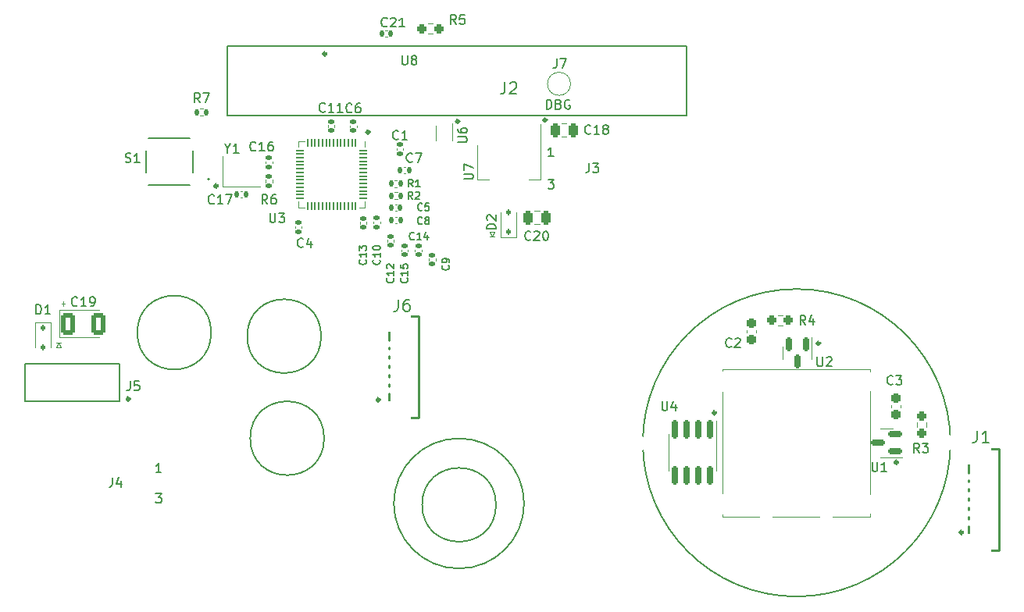
<source format=gto>
G04 #@! TF.GenerationSoftware,KiCad,Pcbnew,7.0.5-7.0.5~ubuntu20.04.1*
G04 #@! TF.CreationDate,2023-06-07T06:16:17-05:00*
G04 #@! TF.ProjectId,Phobri64,50686f62-7269-4363-942e-6b696361645f,rev?*
G04 #@! TF.SameCoordinates,Original*
G04 #@! TF.FileFunction,Legend,Top*
G04 #@! TF.FilePolarity,Positive*
%FSLAX46Y46*%
G04 Gerber Fmt 4.6, Leading zero omitted, Abs format (unit mm)*
G04 Created by KiCad (PCBNEW 7.0.5-7.0.5~ubuntu20.04.1) date 2023-06-07 06:16:17*
%MOMM*%
%LPD*%
G01*
G04 APERTURE LIST*
G04 Aperture macros list*
%AMRoundRect*
0 Rectangle with rounded corners*
0 $1 Rounding radius*
0 $2 $3 $4 $5 $6 $7 $8 $9 X,Y pos of 4 corners*
0 Add a 4 corners polygon primitive as box body*
4,1,4,$2,$3,$4,$5,$6,$7,$8,$9,$2,$3,0*
0 Add four circle primitives for the rounded corners*
1,1,$1+$1,$2,$3*
1,1,$1+$1,$4,$5*
1,1,$1+$1,$6,$7*
1,1,$1+$1,$8,$9*
0 Add four rect primitives between the rounded corners*
20,1,$1+$1,$2,$3,$4,$5,0*
20,1,$1+$1,$4,$5,$6,$7,0*
20,1,$1+$1,$6,$7,$8,$9,0*
20,1,$1+$1,$8,$9,$2,$3,0*%
%AMFreePoly0*
4,1,19,0.150000,0.259808,0.229813,0.192836,0.281908,0.102606,0.300000,0.000000,0.281908,-0.102606,0.229813,-0.192836,0.150000,-0.259808,0.052094,-0.295442,-0.052094,-0.295442,-0.150000,-0.259808,-0.229813,-0.192836,-0.281908,-0.102606,-0.300000,0.000000,-0.281908,0.102606,-0.229813,0.192836,-0.150000,0.259808,-0.052094,0.295442,0.052094,0.295442,0.150000,0.259808,0.150000,0.259808,
$1*%
G04 Aperture macros list end*
%ADD10C,0.325000*%
%ADD11C,0.200000*%
%ADD12C,0.100000*%
%ADD13C,0.150000*%
%ADD14C,0.254000*%
%ADD15C,0.120000*%
%ADD16C,0.152400*%
%ADD17C,0.127000*%
%ADD18R,1.250000X0.300000*%
%ADD19R,3.000000X2.000000*%
%ADD20RoundRect,0.140000X-0.140000X-0.170000X0.140000X-0.170000X0.140000X0.170000X-0.140000X0.170000X0*%
%ADD21C,4.000000*%
%ADD22RoundRect,0.140000X0.140000X0.170000X-0.140000X0.170000X-0.140000X-0.170000X0.140000X-0.170000X0*%
%ADD23C,2.833000*%
%ADD24C,2.200000*%
%ADD25C,0.787400*%
%ADD26RoundRect,0.135000X-0.185000X0.135000X-0.185000X-0.135000X0.185000X-0.135000X0.185000X0.135000X0*%
%ADD27RoundRect,0.237500X0.237500X-0.250000X0.237500X0.250000X-0.237500X0.250000X-0.237500X-0.250000X0*%
%ADD28RoundRect,0.135000X0.135000X0.185000X-0.135000X0.185000X-0.135000X-0.185000X0.135000X-0.185000X0*%
%ADD29RoundRect,0.135000X-0.135000X-0.185000X0.135000X-0.185000X0.135000X0.185000X-0.135000X0.185000X0*%
%ADD30RoundRect,0.140000X-0.170000X0.140000X-0.170000X-0.140000X0.170000X-0.140000X0.170000X0.140000X0*%
%ADD31C,1.000000*%
%ADD32R,1.000000X2.000000*%
%ADD33RoundRect,0.250001X-0.499999X-0.924999X0.499999X-0.924999X0.499999X0.924999X-0.499999X0.924999X0*%
%ADD34O,2.500000X1.250000*%
%ADD35R,1.400000X1.200000*%
%ADD36RoundRect,0.140000X0.170000X-0.140000X0.170000X0.140000X-0.170000X0.140000X-0.170000X-0.140000X0*%
%ADD37RoundRect,0.250000X0.250000X0.475000X-0.250000X0.475000X-0.250000X-0.475000X0.250000X-0.475000X0*%
%ADD38C,2.000000*%
%ADD39C,1.700000*%
%ADD40RoundRect,0.237500X0.237500X-0.300000X0.237500X0.300000X-0.237500X0.300000X-0.237500X-0.300000X0*%
%ADD41R,0.960399X0.432600*%
%ADD42R,3.454400X4.343400*%
%ADD43RoundRect,0.150000X0.587500X0.150000X-0.587500X0.150000X-0.587500X-0.150000X0.587500X-0.150000X0*%
%ADD44RoundRect,0.237500X-0.237500X0.300000X-0.237500X-0.300000X0.237500X-0.300000X0.237500X0.300000X0*%
%ADD45RoundRect,0.150000X-0.150000X0.825000X-0.150000X-0.825000X0.150000X-0.825000X0.150000X0.825000X0*%
%ADD46RoundRect,0.112500X-0.112500X0.187500X-0.112500X-0.187500X0.112500X-0.187500X0.112500X0.187500X0*%
%ADD47C,1.397000*%
%ADD48R,0.375000X0.500000*%
%ADD49R,0.300000X0.650000*%
%ADD50RoundRect,0.112500X0.112500X-0.187500X0.112500X0.187500X-0.112500X0.187500X-0.112500X-0.187500X0*%
%ADD51RoundRect,0.050000X-0.050000X0.387500X-0.050000X-0.387500X0.050000X-0.387500X0.050000X0.387500X0*%
%ADD52RoundRect,0.050000X-0.387500X0.050000X-0.387500X-0.050000X0.387500X-0.050000X0.387500X0.050000X0*%
%ADD53FreePoly0,270.000000*%
%ADD54R,3.200000X3.200000*%
%ADD55RoundRect,0.250000X-0.250000X-0.475000X0.250000X-0.475000X0.250000X0.475000X-0.250000X0.475000X0*%
%ADD56RoundRect,0.237500X0.250000X0.237500X-0.250000X0.237500X-0.250000X-0.237500X0.250000X-0.237500X0*%
%ADD57C,1.500000*%
%ADD58RoundRect,0.150000X-0.150000X0.587500X-0.150000X-0.587500X0.150000X-0.587500X0.150000X0.587500X0*%
%ADD59R,1.000000X0.750000*%
%ADD60R,1.500000X2.000000*%
%ADD61R,3.800000X2.000000*%
%ADD62RoundRect,0.237500X-0.250000X-0.237500X0.250000X-0.237500X0.250000X0.237500X-0.250000X0.237500X0*%
G04 APERTURE END LIST*
D10*
X195912500Y-77000000D02*
G75*
G03*
X195912500Y-77000000I-162500J0D01*
G01*
D11*
X170803123Y-68850298D02*
X220577821Y-68850298D01*
X220577821Y-76350298D01*
X170803123Y-76350298D01*
X170803123Y-68850298D01*
D12*
X153210601Y-96750000D02*
X152794799Y-96749999D01*
D10*
X250516909Y-121590568D02*
G75*
G03*
X250516909Y-121590568I-162500J0D01*
G01*
D12*
X152750000Y-101000000D02*
X152250000Y-101000000D01*
D10*
X181505972Y-69683355D02*
G75*
G03*
X181505972Y-69683355I-162500J0D01*
G01*
D13*
X199910834Y-118587810D02*
G75*
G03*
X199910834Y-118587810I-4002927J0D01*
G01*
D10*
X205399000Y-76854271D02*
G75*
G03*
X205399000Y-76854271I-162500J0D01*
G01*
D13*
X181280044Y-111370687D02*
G75*
G03*
X181280044Y-111370687I-4002927J0D01*
G01*
D10*
X243463514Y-113977104D02*
G75*
G03*
X243463514Y-113977104I-162500J0D01*
G01*
D11*
X249169804Y-111861034D02*
G75*
G03*
X249169804Y-111861034I-16675000J0D01*
G01*
D10*
X223737073Y-108615310D02*
G75*
G03*
X223737073Y-108615310I-162500J0D01*
G01*
X160207467Y-107091705D02*
G75*
G03*
X160207467Y-107091705I-162500J0D01*
G01*
X186188270Y-78162093D02*
G75*
G03*
X186188270Y-78162093I-162500J0D01*
G01*
X235021535Y-101072740D02*
G75*
G03*
X235021535Y-101072740I-162500J0D01*
G01*
D12*
X152750000Y-101500000D02*
X152500000Y-101000000D01*
D13*
X202954803Y-118442765D02*
G75*
G03*
X202954803Y-118442765I-7057410J0D01*
G01*
D12*
X199250000Y-89000000D02*
X199500000Y-89500000D01*
D13*
X169035031Y-99909426D02*
G75*
G03*
X169035031Y-99909426I-4002927J0D01*
G01*
X180955104Y-100296410D02*
G75*
G03*
X180955104Y-100296410I-4002927J0D01*
G01*
D12*
X152500000Y-101000000D02*
X152250000Y-101500000D01*
D10*
X169723667Y-84000000D02*
G75*
G03*
X169723667Y-84000000I-162500J0D01*
G01*
D12*
X152750000Y-101500000D02*
X152250000Y-101500000D01*
X199250000Y-89000000D02*
X199750000Y-89000000D01*
X199250000Y-89500000D02*
X199750000Y-89500000D01*
X199500000Y-89500000D02*
X199750000Y-89000000D01*
X153000000Y-96500000D02*
X153000000Y-97000000D01*
D10*
X187310688Y-107201641D02*
G75*
G03*
X187310688Y-107201641I-162500J0D01*
G01*
D13*
X163037426Y-117375113D02*
X163656473Y-117375113D01*
X163656473Y-117375113D02*
X163323140Y-117756065D01*
X163323140Y-117756065D02*
X163465997Y-117756065D01*
X163465997Y-117756065D02*
X163561235Y-117803684D01*
X163561235Y-117803684D02*
X163608854Y-117851303D01*
X163608854Y-117851303D02*
X163656473Y-117946541D01*
X163656473Y-117946541D02*
X163656473Y-118184636D01*
X163656473Y-118184636D02*
X163608854Y-118279874D01*
X163608854Y-118279874D02*
X163561235Y-118327494D01*
X163561235Y-118327494D02*
X163465997Y-118375113D01*
X163465997Y-118375113D02*
X163180283Y-118375113D01*
X163180283Y-118375113D02*
X163085045Y-118327494D01*
X163085045Y-118327494D02*
X163037426Y-118279874D01*
X206163711Y-80810912D02*
X205592283Y-80810912D01*
X205877997Y-80810912D02*
X205877997Y-79810912D01*
X205877997Y-79810912D02*
X205782759Y-79953769D01*
X205782759Y-79953769D02*
X205687521Y-80049007D01*
X205687521Y-80049007D02*
X205592283Y-80096626D01*
X205544664Y-83310912D02*
X206163711Y-83310912D01*
X206163711Y-83310912D02*
X205830378Y-83691864D01*
X205830378Y-83691864D02*
X205973235Y-83691864D01*
X205973235Y-83691864D02*
X206068473Y-83739483D01*
X206068473Y-83739483D02*
X206116092Y-83787102D01*
X206116092Y-83787102D02*
X206163711Y-83882340D01*
X206163711Y-83882340D02*
X206163711Y-84120435D01*
X206163711Y-84120435D02*
X206116092Y-84215673D01*
X206116092Y-84215673D02*
X206068473Y-84263293D01*
X206068473Y-84263293D02*
X205973235Y-84310912D01*
X205973235Y-84310912D02*
X205687521Y-84310912D01*
X205687521Y-84310912D02*
X205592283Y-84263293D01*
X205592283Y-84263293D02*
X205544664Y-84215673D01*
X163614638Y-115070114D02*
X163043210Y-115070114D01*
X163328924Y-115070114D02*
X163328924Y-114070114D01*
X163328924Y-114070114D02*
X163233686Y-114212971D01*
X163233686Y-114212971D02*
X163138448Y-114308209D01*
X163138448Y-114308209D02*
X163043210Y-114355828D01*
X252076667Y-110559726D02*
X252076667Y-111466869D01*
X252076667Y-111466869D02*
X252016190Y-111648297D01*
X252016190Y-111648297D02*
X251895238Y-111769250D01*
X251895238Y-111769250D02*
X251713809Y-111829726D01*
X251713809Y-111829726D02*
X251592857Y-111829726D01*
X253346667Y-111829726D02*
X252620952Y-111829726D01*
X252983809Y-111829726D02*
X252983809Y-110559726D01*
X252983809Y-110559726D02*
X252862857Y-110741154D01*
X252862857Y-110741154D02*
X252741905Y-110862107D01*
X252741905Y-110862107D02*
X252620952Y-110922583D01*
X189326667Y-96309726D02*
X189326667Y-97216869D01*
X189326667Y-97216869D02*
X189266190Y-97398297D01*
X189266190Y-97398297D02*
X189145238Y-97519250D01*
X189145238Y-97519250D02*
X188963809Y-97579726D01*
X188963809Y-97579726D02*
X188842857Y-97579726D01*
X190475714Y-96309726D02*
X190233809Y-96309726D01*
X190233809Y-96309726D02*
X190112857Y-96370202D01*
X190112857Y-96370202D02*
X190052381Y-96430678D01*
X190052381Y-96430678D02*
X189931428Y-96612107D01*
X189931428Y-96612107D02*
X189870952Y-96854011D01*
X189870952Y-96854011D02*
X189870952Y-97337821D01*
X189870952Y-97337821D02*
X189931428Y-97458773D01*
X189931428Y-97458773D02*
X189991905Y-97519250D01*
X189991905Y-97519250D02*
X190112857Y-97579726D01*
X190112857Y-97579726D02*
X190354762Y-97579726D01*
X190354762Y-97579726D02*
X190475714Y-97519250D01*
X190475714Y-97519250D02*
X190536190Y-97458773D01*
X190536190Y-97458773D02*
X190596667Y-97337821D01*
X190596667Y-97337821D02*
X190596667Y-97035440D01*
X190596667Y-97035440D02*
X190536190Y-96914488D01*
X190536190Y-96914488D02*
X190475714Y-96854011D01*
X190475714Y-96854011D02*
X190354762Y-96793535D01*
X190354762Y-96793535D02*
X190112857Y-96793535D01*
X190112857Y-96793535D02*
X189991905Y-96854011D01*
X189991905Y-96854011D02*
X189931428Y-96914488D01*
X189931428Y-96914488D02*
X189870952Y-97035440D01*
X191907290Y-88089697D02*
X191869194Y-88127793D01*
X191869194Y-88127793D02*
X191754909Y-88165888D01*
X191754909Y-88165888D02*
X191678718Y-88165888D01*
X191678718Y-88165888D02*
X191564432Y-88127793D01*
X191564432Y-88127793D02*
X191488242Y-88051602D01*
X191488242Y-88051602D02*
X191450147Y-87975412D01*
X191450147Y-87975412D02*
X191412051Y-87823031D01*
X191412051Y-87823031D02*
X191412051Y-87708745D01*
X191412051Y-87708745D02*
X191450147Y-87556364D01*
X191450147Y-87556364D02*
X191488242Y-87480173D01*
X191488242Y-87480173D02*
X191564432Y-87403983D01*
X191564432Y-87403983D02*
X191678718Y-87365888D01*
X191678718Y-87365888D02*
X191754909Y-87365888D01*
X191754909Y-87365888D02*
X191869194Y-87403983D01*
X191869194Y-87403983D02*
X191907290Y-87442078D01*
X192364432Y-87708745D02*
X192288242Y-87670650D01*
X192288242Y-87670650D02*
X192250147Y-87632554D01*
X192250147Y-87632554D02*
X192212051Y-87556364D01*
X192212051Y-87556364D02*
X192212051Y-87518269D01*
X192212051Y-87518269D02*
X192250147Y-87442078D01*
X192250147Y-87442078D02*
X192288242Y-87403983D01*
X192288242Y-87403983D02*
X192364432Y-87365888D01*
X192364432Y-87365888D02*
X192516813Y-87365888D01*
X192516813Y-87365888D02*
X192593004Y-87403983D01*
X192593004Y-87403983D02*
X192631099Y-87442078D01*
X192631099Y-87442078D02*
X192669194Y-87518269D01*
X192669194Y-87518269D02*
X192669194Y-87556364D01*
X192669194Y-87556364D02*
X192631099Y-87632554D01*
X192631099Y-87632554D02*
X192593004Y-87670650D01*
X192593004Y-87670650D02*
X192516813Y-87708745D01*
X192516813Y-87708745D02*
X192364432Y-87708745D01*
X192364432Y-87708745D02*
X192288242Y-87746840D01*
X192288242Y-87746840D02*
X192250147Y-87784935D01*
X192250147Y-87784935D02*
X192212051Y-87861126D01*
X192212051Y-87861126D02*
X192212051Y-88013507D01*
X192212051Y-88013507D02*
X192250147Y-88089697D01*
X192250147Y-88089697D02*
X192288242Y-88127793D01*
X192288242Y-88127793D02*
X192364432Y-88165888D01*
X192364432Y-88165888D02*
X192516813Y-88165888D01*
X192516813Y-88165888D02*
X192593004Y-88127793D01*
X192593004Y-88127793D02*
X192631099Y-88089697D01*
X192631099Y-88089697D02*
X192669194Y-88013507D01*
X192669194Y-88013507D02*
X192669194Y-87861126D01*
X192669194Y-87861126D02*
X192631099Y-87784935D01*
X192631099Y-87784935D02*
X192593004Y-87746840D01*
X192593004Y-87746840D02*
X192516813Y-87708745D01*
X188107142Y-66651238D02*
X188059523Y-66698858D01*
X188059523Y-66698858D02*
X187916666Y-66746477D01*
X187916666Y-66746477D02*
X187821428Y-66746477D01*
X187821428Y-66746477D02*
X187678571Y-66698858D01*
X187678571Y-66698858D02*
X187583333Y-66603619D01*
X187583333Y-66603619D02*
X187535714Y-66508381D01*
X187535714Y-66508381D02*
X187488095Y-66317905D01*
X187488095Y-66317905D02*
X187488095Y-66175048D01*
X187488095Y-66175048D02*
X187535714Y-65984572D01*
X187535714Y-65984572D02*
X187583333Y-65889334D01*
X187583333Y-65889334D02*
X187678571Y-65794096D01*
X187678571Y-65794096D02*
X187821428Y-65746477D01*
X187821428Y-65746477D02*
X187916666Y-65746477D01*
X187916666Y-65746477D02*
X188059523Y-65794096D01*
X188059523Y-65794096D02*
X188107142Y-65841715D01*
X188488095Y-65841715D02*
X188535714Y-65794096D01*
X188535714Y-65794096D02*
X188630952Y-65746477D01*
X188630952Y-65746477D02*
X188869047Y-65746477D01*
X188869047Y-65746477D02*
X188964285Y-65794096D01*
X188964285Y-65794096D02*
X189011904Y-65841715D01*
X189011904Y-65841715D02*
X189059523Y-65936953D01*
X189059523Y-65936953D02*
X189059523Y-66032191D01*
X189059523Y-66032191D02*
X189011904Y-66175048D01*
X189011904Y-66175048D02*
X188440476Y-66746477D01*
X188440476Y-66746477D02*
X189059523Y-66746477D01*
X190011904Y-66746477D02*
X189440476Y-66746477D01*
X189726190Y-66746477D02*
X189726190Y-65746477D01*
X189726190Y-65746477D02*
X189630952Y-65889334D01*
X189630952Y-65889334D02*
X189535714Y-65984572D01*
X189535714Y-65984572D02*
X189440476Y-66032191D01*
X175136456Y-85954819D02*
X174803123Y-85478628D01*
X174565028Y-85954819D02*
X174565028Y-84954819D01*
X174565028Y-84954819D02*
X174945980Y-84954819D01*
X174945980Y-84954819D02*
X175041218Y-85002438D01*
X175041218Y-85002438D02*
X175088837Y-85050057D01*
X175088837Y-85050057D02*
X175136456Y-85145295D01*
X175136456Y-85145295D02*
X175136456Y-85288152D01*
X175136456Y-85288152D02*
X175088837Y-85383390D01*
X175088837Y-85383390D02*
X175041218Y-85431009D01*
X175041218Y-85431009D02*
X174945980Y-85478628D01*
X174945980Y-85478628D02*
X174565028Y-85478628D01*
X175993599Y-84954819D02*
X175803123Y-84954819D01*
X175803123Y-84954819D02*
X175707885Y-85002438D01*
X175707885Y-85002438D02*
X175660266Y-85050057D01*
X175660266Y-85050057D02*
X175565028Y-85192914D01*
X175565028Y-85192914D02*
X175517409Y-85383390D01*
X175517409Y-85383390D02*
X175517409Y-85764342D01*
X175517409Y-85764342D02*
X175565028Y-85859580D01*
X175565028Y-85859580D02*
X175612647Y-85907200D01*
X175612647Y-85907200D02*
X175707885Y-85954819D01*
X175707885Y-85954819D02*
X175898361Y-85954819D01*
X175898361Y-85954819D02*
X175993599Y-85907200D01*
X175993599Y-85907200D02*
X176041218Y-85859580D01*
X176041218Y-85859580D02*
X176088837Y-85764342D01*
X176088837Y-85764342D02*
X176088837Y-85526247D01*
X176088837Y-85526247D02*
X176041218Y-85431009D01*
X176041218Y-85431009D02*
X175993599Y-85383390D01*
X175993599Y-85383390D02*
X175898361Y-85335771D01*
X175898361Y-85335771D02*
X175707885Y-85335771D01*
X175707885Y-85335771D02*
X175612647Y-85383390D01*
X175612647Y-85383390D02*
X175565028Y-85431009D01*
X175565028Y-85431009D02*
X175517409Y-85526247D01*
X245806119Y-112926766D02*
X245472786Y-112450575D01*
X245234691Y-112926766D02*
X245234691Y-111926766D01*
X245234691Y-111926766D02*
X245615643Y-111926766D01*
X245615643Y-111926766D02*
X245710881Y-111974385D01*
X245710881Y-111974385D02*
X245758500Y-112022004D01*
X245758500Y-112022004D02*
X245806119Y-112117242D01*
X245806119Y-112117242D02*
X245806119Y-112260099D01*
X245806119Y-112260099D02*
X245758500Y-112355337D01*
X245758500Y-112355337D02*
X245710881Y-112402956D01*
X245710881Y-112402956D02*
X245615643Y-112450575D01*
X245615643Y-112450575D02*
X245234691Y-112450575D01*
X246139453Y-111926766D02*
X246758500Y-111926766D01*
X246758500Y-111926766D02*
X246425167Y-112307718D01*
X246425167Y-112307718D02*
X246568024Y-112307718D01*
X246568024Y-112307718D02*
X246663262Y-112355337D01*
X246663262Y-112355337D02*
X246710881Y-112402956D01*
X246710881Y-112402956D02*
X246758500Y-112498194D01*
X246758500Y-112498194D02*
X246758500Y-112736289D01*
X246758500Y-112736289D02*
X246710881Y-112831527D01*
X246710881Y-112831527D02*
X246663262Y-112879147D01*
X246663262Y-112879147D02*
X246568024Y-112926766D01*
X246568024Y-112926766D02*
X246282310Y-112926766D01*
X246282310Y-112926766D02*
X246187072Y-112879147D01*
X246187072Y-112879147D02*
X246139453Y-112831527D01*
X190866667Y-85432356D02*
X190600000Y-85051403D01*
X190409524Y-85432356D02*
X190409524Y-84632356D01*
X190409524Y-84632356D02*
X190714286Y-84632356D01*
X190714286Y-84632356D02*
X190790476Y-84670451D01*
X190790476Y-84670451D02*
X190828571Y-84708546D01*
X190828571Y-84708546D02*
X190866667Y-84784737D01*
X190866667Y-84784737D02*
X190866667Y-84899022D01*
X190866667Y-84899022D02*
X190828571Y-84975213D01*
X190828571Y-84975213D02*
X190790476Y-85013308D01*
X190790476Y-85013308D02*
X190714286Y-85051403D01*
X190714286Y-85051403D02*
X190409524Y-85051403D01*
X191171428Y-84708546D02*
X191209524Y-84670451D01*
X191209524Y-84670451D02*
X191285714Y-84632356D01*
X191285714Y-84632356D02*
X191476190Y-84632356D01*
X191476190Y-84632356D02*
X191552381Y-84670451D01*
X191552381Y-84670451D02*
X191590476Y-84708546D01*
X191590476Y-84708546D02*
X191628571Y-84784737D01*
X191628571Y-84784737D02*
X191628571Y-84860927D01*
X191628571Y-84860927D02*
X191590476Y-84975213D01*
X191590476Y-84975213D02*
X191133333Y-85432356D01*
X191133333Y-85432356D02*
X191628571Y-85432356D01*
X190907290Y-84103388D02*
X190640623Y-83722435D01*
X190450147Y-84103388D02*
X190450147Y-83303388D01*
X190450147Y-83303388D02*
X190754909Y-83303388D01*
X190754909Y-83303388D02*
X190831099Y-83341483D01*
X190831099Y-83341483D02*
X190869194Y-83379578D01*
X190869194Y-83379578D02*
X190907290Y-83455769D01*
X190907290Y-83455769D02*
X190907290Y-83570054D01*
X190907290Y-83570054D02*
X190869194Y-83646245D01*
X190869194Y-83646245D02*
X190831099Y-83684340D01*
X190831099Y-83684340D02*
X190754909Y-83722435D01*
X190754909Y-83722435D02*
X190450147Y-83722435D01*
X191669194Y-84103388D02*
X191212051Y-84103388D01*
X191440623Y-84103388D02*
X191440623Y-83303388D01*
X191440623Y-83303388D02*
X191364432Y-83417673D01*
X191364432Y-83417673D02*
X191288242Y-83493864D01*
X191288242Y-83493864D02*
X191212051Y-83531959D01*
X167833333Y-74944819D02*
X167500000Y-74468628D01*
X167261905Y-74944819D02*
X167261905Y-73944819D01*
X167261905Y-73944819D02*
X167642857Y-73944819D01*
X167642857Y-73944819D02*
X167738095Y-73992438D01*
X167738095Y-73992438D02*
X167785714Y-74040057D01*
X167785714Y-74040057D02*
X167833333Y-74135295D01*
X167833333Y-74135295D02*
X167833333Y-74278152D01*
X167833333Y-74278152D02*
X167785714Y-74373390D01*
X167785714Y-74373390D02*
X167738095Y-74421009D01*
X167738095Y-74421009D02*
X167642857Y-74468628D01*
X167642857Y-74468628D02*
X167261905Y-74468628D01*
X168166667Y-73944819D02*
X168833333Y-73944819D01*
X168833333Y-73944819D02*
X168404762Y-74944819D01*
X188786104Y-94014285D02*
X188824200Y-94052381D01*
X188824200Y-94052381D02*
X188862295Y-94166666D01*
X188862295Y-94166666D02*
X188862295Y-94242857D01*
X188862295Y-94242857D02*
X188824200Y-94357143D01*
X188824200Y-94357143D02*
X188748009Y-94433333D01*
X188748009Y-94433333D02*
X188671819Y-94471428D01*
X188671819Y-94471428D02*
X188519438Y-94509524D01*
X188519438Y-94509524D02*
X188405152Y-94509524D01*
X188405152Y-94509524D02*
X188252771Y-94471428D01*
X188252771Y-94471428D02*
X188176580Y-94433333D01*
X188176580Y-94433333D02*
X188100390Y-94357143D01*
X188100390Y-94357143D02*
X188062295Y-94242857D01*
X188062295Y-94242857D02*
X188062295Y-94166666D01*
X188062295Y-94166666D02*
X188100390Y-94052381D01*
X188100390Y-94052381D02*
X188138485Y-94014285D01*
X188862295Y-93252381D02*
X188862295Y-93709524D01*
X188862295Y-93480952D02*
X188062295Y-93480952D01*
X188062295Y-93480952D02*
X188176580Y-93557143D01*
X188176580Y-93557143D02*
X188252771Y-93633333D01*
X188252771Y-93633333D02*
X188290866Y-93709524D01*
X188138485Y-92947619D02*
X188100390Y-92909523D01*
X188100390Y-92909523D02*
X188062295Y-92833333D01*
X188062295Y-92833333D02*
X188062295Y-92642857D01*
X188062295Y-92642857D02*
X188100390Y-92566666D01*
X188100390Y-92566666D02*
X188138485Y-92528571D01*
X188138485Y-92528571D02*
X188214676Y-92490476D01*
X188214676Y-92490476D02*
X188290866Y-92490476D01*
X188290866Y-92490476D02*
X188405152Y-92528571D01*
X188405152Y-92528571D02*
X188862295Y-92985714D01*
X188862295Y-92985714D02*
X188862295Y-92490476D01*
X185786104Y-92014285D02*
X185824200Y-92052381D01*
X185824200Y-92052381D02*
X185862295Y-92166666D01*
X185862295Y-92166666D02*
X185862295Y-92242857D01*
X185862295Y-92242857D02*
X185824200Y-92357143D01*
X185824200Y-92357143D02*
X185748009Y-92433333D01*
X185748009Y-92433333D02*
X185671819Y-92471428D01*
X185671819Y-92471428D02*
X185519438Y-92509524D01*
X185519438Y-92509524D02*
X185405152Y-92509524D01*
X185405152Y-92509524D02*
X185252771Y-92471428D01*
X185252771Y-92471428D02*
X185176580Y-92433333D01*
X185176580Y-92433333D02*
X185100390Y-92357143D01*
X185100390Y-92357143D02*
X185062295Y-92242857D01*
X185062295Y-92242857D02*
X185062295Y-92166666D01*
X185062295Y-92166666D02*
X185100390Y-92052381D01*
X185100390Y-92052381D02*
X185138485Y-92014285D01*
X185862295Y-91252381D02*
X185862295Y-91709524D01*
X185862295Y-91480952D02*
X185062295Y-91480952D01*
X185062295Y-91480952D02*
X185176580Y-91557143D01*
X185176580Y-91557143D02*
X185252771Y-91633333D01*
X185252771Y-91633333D02*
X185290866Y-91709524D01*
X185062295Y-90985714D02*
X185062295Y-90490476D01*
X185062295Y-90490476D02*
X185367057Y-90757142D01*
X185367057Y-90757142D02*
X185367057Y-90642857D01*
X185367057Y-90642857D02*
X185405152Y-90566666D01*
X185405152Y-90566666D02*
X185443247Y-90528571D01*
X185443247Y-90528571D02*
X185519438Y-90490476D01*
X185519438Y-90490476D02*
X185709914Y-90490476D01*
X185709914Y-90490476D02*
X185786104Y-90528571D01*
X185786104Y-90528571D02*
X185824200Y-90566666D01*
X185824200Y-90566666D02*
X185862295Y-90642857D01*
X185862295Y-90642857D02*
X185862295Y-90871428D01*
X185862295Y-90871428D02*
X185824200Y-90947619D01*
X185824200Y-90947619D02*
X185786104Y-90985714D01*
X200879790Y-72750819D02*
X200879790Y-73657962D01*
X200879790Y-73657962D02*
X200819313Y-73839390D01*
X200819313Y-73839390D02*
X200698361Y-73960343D01*
X200698361Y-73960343D02*
X200516932Y-74020819D01*
X200516932Y-74020819D02*
X200395980Y-74020819D01*
X201424075Y-72871771D02*
X201484551Y-72811295D01*
X201484551Y-72811295D02*
X201605504Y-72750819D01*
X201605504Y-72750819D02*
X201907885Y-72750819D01*
X201907885Y-72750819D02*
X202028837Y-72811295D01*
X202028837Y-72811295D02*
X202089313Y-72871771D01*
X202089313Y-72871771D02*
X202149790Y-72992723D01*
X202149790Y-72992723D02*
X202149790Y-73113676D01*
X202149790Y-73113676D02*
X202089313Y-73295104D01*
X202089313Y-73295104D02*
X201363599Y-74020819D01*
X201363599Y-74020819D02*
X202149790Y-74020819D01*
X154535265Y-96950673D02*
X154487646Y-96998293D01*
X154487646Y-96998293D02*
X154344789Y-97045912D01*
X154344789Y-97045912D02*
X154249551Y-97045912D01*
X154249551Y-97045912D02*
X154106694Y-96998293D01*
X154106694Y-96998293D02*
X154011456Y-96903054D01*
X154011456Y-96903054D02*
X153963837Y-96807816D01*
X153963837Y-96807816D02*
X153916218Y-96617340D01*
X153916218Y-96617340D02*
X153916218Y-96474483D01*
X153916218Y-96474483D02*
X153963837Y-96284007D01*
X153963837Y-96284007D02*
X154011456Y-96188769D01*
X154011456Y-96188769D02*
X154106694Y-96093531D01*
X154106694Y-96093531D02*
X154249551Y-96045912D01*
X154249551Y-96045912D02*
X154344789Y-96045912D01*
X154344789Y-96045912D02*
X154487646Y-96093531D01*
X154487646Y-96093531D02*
X154535265Y-96141150D01*
X155487646Y-97045912D02*
X154916218Y-97045912D01*
X155201932Y-97045912D02*
X155201932Y-96045912D01*
X155201932Y-96045912D02*
X155106694Y-96188769D01*
X155106694Y-96188769D02*
X155011456Y-96284007D01*
X155011456Y-96284007D02*
X154916218Y-96331626D01*
X155963837Y-97045912D02*
X156154313Y-97045912D01*
X156154313Y-97045912D02*
X156249551Y-96998293D01*
X156249551Y-96998293D02*
X156297170Y-96950673D01*
X156297170Y-96950673D02*
X156392408Y-96807816D01*
X156392408Y-96807816D02*
X156440027Y-96617340D01*
X156440027Y-96617340D02*
X156440027Y-96236388D01*
X156440027Y-96236388D02*
X156392408Y-96141150D01*
X156392408Y-96141150D02*
X156344789Y-96093531D01*
X156344789Y-96093531D02*
X156249551Y-96045912D01*
X156249551Y-96045912D02*
X156059075Y-96045912D01*
X156059075Y-96045912D02*
X155963837Y-96093531D01*
X155963837Y-96093531D02*
X155916218Y-96141150D01*
X155916218Y-96141150D02*
X155868599Y-96236388D01*
X155868599Y-96236388D02*
X155868599Y-96474483D01*
X155868599Y-96474483D02*
X155916218Y-96569721D01*
X155916218Y-96569721D02*
X155963837Y-96617340D01*
X155963837Y-96617340D02*
X156059075Y-96664959D01*
X156059075Y-96664959D02*
X156249551Y-96664959D01*
X156249551Y-96664959D02*
X156344789Y-96617340D01*
X156344789Y-96617340D02*
X156392408Y-96569721D01*
X156392408Y-96569721D02*
X156440027Y-96474483D01*
X158343084Y-115660236D02*
X158343084Y-116374521D01*
X158343084Y-116374521D02*
X158295465Y-116517378D01*
X158295465Y-116517378D02*
X158200227Y-116612617D01*
X158200227Y-116612617D02*
X158057370Y-116660236D01*
X158057370Y-116660236D02*
X157962132Y-116660236D01*
X159247846Y-115993569D02*
X159247846Y-116660236D01*
X159009751Y-115612617D02*
X158771656Y-116326902D01*
X158771656Y-116326902D02*
X159390703Y-116326902D01*
X170826932Y-79919721D02*
X170826932Y-80395912D01*
X170493599Y-79395912D02*
X170826932Y-79919721D01*
X170826932Y-79919721D02*
X171160265Y-79395912D01*
X172017408Y-80395912D02*
X171445980Y-80395912D01*
X171731694Y-80395912D02*
X171731694Y-79395912D01*
X171731694Y-79395912D02*
X171636456Y-79538769D01*
X171636456Y-79538769D02*
X171541218Y-79634007D01*
X171541218Y-79634007D02*
X171445980Y-79681626D01*
X181390649Y-75900258D02*
X181343030Y-75947878D01*
X181343030Y-75947878D02*
X181200173Y-75995497D01*
X181200173Y-75995497D02*
X181104935Y-75995497D01*
X181104935Y-75995497D02*
X180962078Y-75947878D01*
X180962078Y-75947878D02*
X180866840Y-75852639D01*
X180866840Y-75852639D02*
X180819221Y-75757401D01*
X180819221Y-75757401D02*
X180771602Y-75566925D01*
X180771602Y-75566925D02*
X180771602Y-75424068D01*
X180771602Y-75424068D02*
X180819221Y-75233592D01*
X180819221Y-75233592D02*
X180866840Y-75138354D01*
X180866840Y-75138354D02*
X180962078Y-75043116D01*
X180962078Y-75043116D02*
X181104935Y-74995497D01*
X181104935Y-74995497D02*
X181200173Y-74995497D01*
X181200173Y-74995497D02*
X181343030Y-75043116D01*
X181343030Y-75043116D02*
X181390649Y-75090735D01*
X182343030Y-75995497D02*
X181771602Y-75995497D01*
X182057316Y-75995497D02*
X182057316Y-74995497D01*
X182057316Y-74995497D02*
X181962078Y-75138354D01*
X181962078Y-75138354D02*
X181866840Y-75233592D01*
X181866840Y-75233592D02*
X181771602Y-75281211D01*
X183295411Y-75995497D02*
X182723983Y-75995497D01*
X183009697Y-75995497D02*
X183009697Y-74995497D01*
X183009697Y-74995497D02*
X182914459Y-75138354D01*
X182914459Y-75138354D02*
X182819221Y-75233592D01*
X182819221Y-75233592D02*
X182723983Y-75281211D01*
X210160265Y-78300673D02*
X210112646Y-78348293D01*
X210112646Y-78348293D02*
X209969789Y-78395912D01*
X209969789Y-78395912D02*
X209874551Y-78395912D01*
X209874551Y-78395912D02*
X209731694Y-78348293D01*
X209731694Y-78348293D02*
X209636456Y-78253054D01*
X209636456Y-78253054D02*
X209588837Y-78157816D01*
X209588837Y-78157816D02*
X209541218Y-77967340D01*
X209541218Y-77967340D02*
X209541218Y-77824483D01*
X209541218Y-77824483D02*
X209588837Y-77634007D01*
X209588837Y-77634007D02*
X209636456Y-77538769D01*
X209636456Y-77538769D02*
X209731694Y-77443531D01*
X209731694Y-77443531D02*
X209874551Y-77395912D01*
X209874551Y-77395912D02*
X209969789Y-77395912D01*
X209969789Y-77395912D02*
X210112646Y-77443531D01*
X210112646Y-77443531D02*
X210160265Y-77491150D01*
X211112646Y-78395912D02*
X210541218Y-78395912D01*
X210826932Y-78395912D02*
X210826932Y-77395912D01*
X210826932Y-77395912D02*
X210731694Y-77538769D01*
X210731694Y-77538769D02*
X210636456Y-77634007D01*
X210636456Y-77634007D02*
X210541218Y-77681626D01*
X211684075Y-77824483D02*
X211588837Y-77776864D01*
X211588837Y-77776864D02*
X211541218Y-77729245D01*
X211541218Y-77729245D02*
X211493599Y-77634007D01*
X211493599Y-77634007D02*
X211493599Y-77586388D01*
X211493599Y-77586388D02*
X211541218Y-77491150D01*
X211541218Y-77491150D02*
X211588837Y-77443531D01*
X211588837Y-77443531D02*
X211684075Y-77395912D01*
X211684075Y-77395912D02*
X211874551Y-77395912D01*
X211874551Y-77395912D02*
X211969789Y-77443531D01*
X211969789Y-77443531D02*
X212017408Y-77491150D01*
X212017408Y-77491150D02*
X212065027Y-77586388D01*
X212065027Y-77586388D02*
X212065027Y-77634007D01*
X212065027Y-77634007D02*
X212017408Y-77729245D01*
X212017408Y-77729245D02*
X211969789Y-77776864D01*
X211969789Y-77776864D02*
X211874551Y-77824483D01*
X211874551Y-77824483D02*
X211684075Y-77824483D01*
X211684075Y-77824483D02*
X211588837Y-77872102D01*
X211588837Y-77872102D02*
X211541218Y-77919721D01*
X211541218Y-77919721D02*
X211493599Y-78014959D01*
X211493599Y-78014959D02*
X211493599Y-78205435D01*
X211493599Y-78205435D02*
X211541218Y-78300673D01*
X211541218Y-78300673D02*
X211588837Y-78348293D01*
X211588837Y-78348293D02*
X211684075Y-78395912D01*
X211684075Y-78395912D02*
X211874551Y-78395912D01*
X211874551Y-78395912D02*
X211969789Y-78348293D01*
X211969789Y-78348293D02*
X212017408Y-78300673D01*
X212017408Y-78300673D02*
X212065027Y-78205435D01*
X212065027Y-78205435D02*
X212065027Y-78014959D01*
X212065027Y-78014959D02*
X212017408Y-77919721D01*
X212017408Y-77919721D02*
X211969789Y-77872102D01*
X211969789Y-77872102D02*
X211874551Y-77824483D01*
X206478959Y-70227396D02*
X206478959Y-70941681D01*
X206478959Y-70941681D02*
X206431340Y-71084538D01*
X206431340Y-71084538D02*
X206336102Y-71179777D01*
X206336102Y-71179777D02*
X206193245Y-71227396D01*
X206193245Y-71227396D02*
X206098007Y-71227396D01*
X206859912Y-70227396D02*
X207526578Y-70227396D01*
X207526578Y-70227396D02*
X207098007Y-71227396D01*
X205386637Y-75657173D02*
X205386637Y-74657173D01*
X205386637Y-74657173D02*
X205624732Y-74657173D01*
X205624732Y-74657173D02*
X205767589Y-74704792D01*
X205767589Y-74704792D02*
X205862827Y-74800030D01*
X205862827Y-74800030D02*
X205910446Y-74895268D01*
X205910446Y-74895268D02*
X205958065Y-75085744D01*
X205958065Y-75085744D02*
X205958065Y-75228601D01*
X205958065Y-75228601D02*
X205910446Y-75419077D01*
X205910446Y-75419077D02*
X205862827Y-75514315D01*
X205862827Y-75514315D02*
X205767589Y-75609554D01*
X205767589Y-75609554D02*
X205624732Y-75657173D01*
X205624732Y-75657173D02*
X205386637Y-75657173D01*
X206719970Y-75133363D02*
X206862827Y-75180982D01*
X206862827Y-75180982D02*
X206910446Y-75228601D01*
X206910446Y-75228601D02*
X206958065Y-75323839D01*
X206958065Y-75323839D02*
X206958065Y-75466696D01*
X206958065Y-75466696D02*
X206910446Y-75561934D01*
X206910446Y-75561934D02*
X206862827Y-75609554D01*
X206862827Y-75609554D02*
X206767589Y-75657173D01*
X206767589Y-75657173D02*
X206386637Y-75657173D01*
X206386637Y-75657173D02*
X206386637Y-74657173D01*
X206386637Y-74657173D02*
X206719970Y-74657173D01*
X206719970Y-74657173D02*
X206815208Y-74704792D01*
X206815208Y-74704792D02*
X206862827Y-74752411D01*
X206862827Y-74752411D02*
X206910446Y-74847649D01*
X206910446Y-74847649D02*
X206910446Y-74942887D01*
X206910446Y-74942887D02*
X206862827Y-75038125D01*
X206862827Y-75038125D02*
X206815208Y-75085744D01*
X206815208Y-75085744D02*
X206719970Y-75133363D01*
X206719970Y-75133363D02*
X206386637Y-75133363D01*
X207910446Y-74704792D02*
X207815208Y-74657173D01*
X207815208Y-74657173D02*
X207672351Y-74657173D01*
X207672351Y-74657173D02*
X207529494Y-74704792D01*
X207529494Y-74704792D02*
X207434256Y-74800030D01*
X207434256Y-74800030D02*
X207386637Y-74895268D01*
X207386637Y-74895268D02*
X207339018Y-75085744D01*
X207339018Y-75085744D02*
X207339018Y-75228601D01*
X207339018Y-75228601D02*
X207386637Y-75419077D01*
X207386637Y-75419077D02*
X207434256Y-75514315D01*
X207434256Y-75514315D02*
X207529494Y-75609554D01*
X207529494Y-75609554D02*
X207672351Y-75657173D01*
X207672351Y-75657173D02*
X207767589Y-75657173D01*
X207767589Y-75657173D02*
X207910446Y-75609554D01*
X207910446Y-75609554D02*
X207958065Y-75561934D01*
X207958065Y-75561934D02*
X207958065Y-75228601D01*
X207958065Y-75228601D02*
X207767589Y-75228601D01*
X225438719Y-101406807D02*
X225391100Y-101454427D01*
X225391100Y-101454427D02*
X225248243Y-101502046D01*
X225248243Y-101502046D02*
X225153005Y-101502046D01*
X225153005Y-101502046D02*
X225010148Y-101454427D01*
X225010148Y-101454427D02*
X224914910Y-101359188D01*
X224914910Y-101359188D02*
X224867291Y-101263950D01*
X224867291Y-101263950D02*
X224819672Y-101073474D01*
X224819672Y-101073474D02*
X224819672Y-100930617D01*
X224819672Y-100930617D02*
X224867291Y-100740141D01*
X224867291Y-100740141D02*
X224914910Y-100644903D01*
X224914910Y-100644903D02*
X225010148Y-100549665D01*
X225010148Y-100549665D02*
X225153005Y-100502046D01*
X225153005Y-100502046D02*
X225248243Y-100502046D01*
X225248243Y-100502046D02*
X225391100Y-100549665D01*
X225391100Y-100549665D02*
X225438719Y-100597284D01*
X225819672Y-100597284D02*
X225867291Y-100549665D01*
X225867291Y-100549665D02*
X225962529Y-100502046D01*
X225962529Y-100502046D02*
X226200624Y-100502046D01*
X226200624Y-100502046D02*
X226295862Y-100549665D01*
X226295862Y-100549665D02*
X226343481Y-100597284D01*
X226343481Y-100597284D02*
X226391100Y-100692522D01*
X226391100Y-100692522D02*
X226391100Y-100787760D01*
X226391100Y-100787760D02*
X226343481Y-100930617D01*
X226343481Y-100930617D02*
X225772053Y-101502046D01*
X225772053Y-101502046D02*
X226391100Y-101502046D01*
X184284233Y-75959165D02*
X184236614Y-76006785D01*
X184236614Y-76006785D02*
X184093757Y-76054404D01*
X184093757Y-76054404D02*
X183998519Y-76054404D01*
X183998519Y-76054404D02*
X183855662Y-76006785D01*
X183855662Y-76006785D02*
X183760424Y-75911546D01*
X183760424Y-75911546D02*
X183712805Y-75816308D01*
X183712805Y-75816308D02*
X183665186Y-75625832D01*
X183665186Y-75625832D02*
X183665186Y-75482975D01*
X183665186Y-75482975D02*
X183712805Y-75292499D01*
X183712805Y-75292499D02*
X183760424Y-75197261D01*
X183760424Y-75197261D02*
X183855662Y-75102023D01*
X183855662Y-75102023D02*
X183998519Y-75054404D01*
X183998519Y-75054404D02*
X184093757Y-75054404D01*
X184093757Y-75054404D02*
X184236614Y-75102023D01*
X184236614Y-75102023D02*
X184284233Y-75149642D01*
X185141376Y-75054404D02*
X184950900Y-75054404D01*
X184950900Y-75054404D02*
X184855662Y-75102023D01*
X184855662Y-75102023D02*
X184808043Y-75149642D01*
X184808043Y-75149642D02*
X184712805Y-75292499D01*
X184712805Y-75292499D02*
X184665186Y-75482975D01*
X184665186Y-75482975D02*
X184665186Y-75863927D01*
X184665186Y-75863927D02*
X184712805Y-75959165D01*
X184712805Y-75959165D02*
X184760424Y-76006785D01*
X184760424Y-76006785D02*
X184855662Y-76054404D01*
X184855662Y-76054404D02*
X185046138Y-76054404D01*
X185046138Y-76054404D02*
X185141376Y-76006785D01*
X185141376Y-76006785D02*
X185188995Y-75959165D01*
X185188995Y-75959165D02*
X185236614Y-75863927D01*
X185236614Y-75863927D02*
X185236614Y-75625832D01*
X185236614Y-75625832D02*
X185188995Y-75530594D01*
X185188995Y-75530594D02*
X185141376Y-75482975D01*
X185141376Y-75482975D02*
X185046138Y-75435356D01*
X185046138Y-75435356D02*
X184855662Y-75435356D01*
X184855662Y-75435356D02*
X184760424Y-75482975D01*
X184760424Y-75482975D02*
X184712805Y-75530594D01*
X184712805Y-75530594D02*
X184665186Y-75625832D01*
X191907290Y-86589697D02*
X191869194Y-86627793D01*
X191869194Y-86627793D02*
X191754909Y-86665888D01*
X191754909Y-86665888D02*
X191678718Y-86665888D01*
X191678718Y-86665888D02*
X191564432Y-86627793D01*
X191564432Y-86627793D02*
X191488242Y-86551602D01*
X191488242Y-86551602D02*
X191450147Y-86475412D01*
X191450147Y-86475412D02*
X191412051Y-86323031D01*
X191412051Y-86323031D02*
X191412051Y-86208745D01*
X191412051Y-86208745D02*
X191450147Y-86056364D01*
X191450147Y-86056364D02*
X191488242Y-85980173D01*
X191488242Y-85980173D02*
X191564432Y-85903983D01*
X191564432Y-85903983D02*
X191678718Y-85865888D01*
X191678718Y-85865888D02*
X191754909Y-85865888D01*
X191754909Y-85865888D02*
X191869194Y-85903983D01*
X191869194Y-85903983D02*
X191907290Y-85942078D01*
X192631099Y-85865888D02*
X192250147Y-85865888D01*
X192250147Y-85865888D02*
X192212051Y-86246840D01*
X192212051Y-86246840D02*
X192250147Y-86208745D01*
X192250147Y-86208745D02*
X192326337Y-86170650D01*
X192326337Y-86170650D02*
X192516813Y-86170650D01*
X192516813Y-86170650D02*
X192593004Y-86208745D01*
X192593004Y-86208745D02*
X192631099Y-86246840D01*
X192631099Y-86246840D02*
X192669194Y-86323031D01*
X192669194Y-86323031D02*
X192669194Y-86513507D01*
X192669194Y-86513507D02*
X192631099Y-86589697D01*
X192631099Y-86589697D02*
X192593004Y-86627793D01*
X192593004Y-86627793D02*
X192516813Y-86665888D01*
X192516813Y-86665888D02*
X192326337Y-86665888D01*
X192326337Y-86665888D02*
X192250147Y-86627793D01*
X192250147Y-86627793D02*
X192212051Y-86589697D01*
X189738095Y-69849819D02*
X189738095Y-70659342D01*
X189738095Y-70659342D02*
X189785714Y-70754580D01*
X189785714Y-70754580D02*
X189833333Y-70802200D01*
X189833333Y-70802200D02*
X189928571Y-70849819D01*
X189928571Y-70849819D02*
X190119047Y-70849819D01*
X190119047Y-70849819D02*
X190214285Y-70802200D01*
X190214285Y-70802200D02*
X190261904Y-70754580D01*
X190261904Y-70754580D02*
X190309523Y-70659342D01*
X190309523Y-70659342D02*
X190309523Y-69849819D01*
X190928571Y-70278390D02*
X190833333Y-70230771D01*
X190833333Y-70230771D02*
X190785714Y-70183152D01*
X190785714Y-70183152D02*
X190738095Y-70087914D01*
X190738095Y-70087914D02*
X190738095Y-70040295D01*
X190738095Y-70040295D02*
X190785714Y-69945057D01*
X190785714Y-69945057D02*
X190833333Y-69897438D01*
X190833333Y-69897438D02*
X190928571Y-69849819D01*
X190928571Y-69849819D02*
X191119047Y-69849819D01*
X191119047Y-69849819D02*
X191214285Y-69897438D01*
X191214285Y-69897438D02*
X191261904Y-69945057D01*
X191261904Y-69945057D02*
X191309523Y-70040295D01*
X191309523Y-70040295D02*
X191309523Y-70087914D01*
X191309523Y-70087914D02*
X191261904Y-70183152D01*
X191261904Y-70183152D02*
X191214285Y-70230771D01*
X191214285Y-70230771D02*
X191119047Y-70278390D01*
X191119047Y-70278390D02*
X190928571Y-70278390D01*
X190928571Y-70278390D02*
X190833333Y-70326009D01*
X190833333Y-70326009D02*
X190785714Y-70373628D01*
X190785714Y-70373628D02*
X190738095Y-70468866D01*
X190738095Y-70468866D02*
X190738095Y-70659342D01*
X190738095Y-70659342D02*
X190785714Y-70754580D01*
X190785714Y-70754580D02*
X190833333Y-70802200D01*
X190833333Y-70802200D02*
X190928571Y-70849819D01*
X190928571Y-70849819D02*
X191119047Y-70849819D01*
X191119047Y-70849819D02*
X191214285Y-70802200D01*
X191214285Y-70802200D02*
X191261904Y-70754580D01*
X191261904Y-70754580D02*
X191309523Y-70659342D01*
X191309523Y-70659342D02*
X191309523Y-70468866D01*
X191309523Y-70468866D02*
X191261904Y-70373628D01*
X191261904Y-70373628D02*
X191214285Y-70326009D01*
X191214285Y-70326009D02*
X191119047Y-70278390D01*
X190286104Y-94014285D02*
X190324200Y-94052381D01*
X190324200Y-94052381D02*
X190362295Y-94166666D01*
X190362295Y-94166666D02*
X190362295Y-94242857D01*
X190362295Y-94242857D02*
X190324200Y-94357143D01*
X190324200Y-94357143D02*
X190248009Y-94433333D01*
X190248009Y-94433333D02*
X190171819Y-94471428D01*
X190171819Y-94471428D02*
X190019438Y-94509524D01*
X190019438Y-94509524D02*
X189905152Y-94509524D01*
X189905152Y-94509524D02*
X189752771Y-94471428D01*
X189752771Y-94471428D02*
X189676580Y-94433333D01*
X189676580Y-94433333D02*
X189600390Y-94357143D01*
X189600390Y-94357143D02*
X189562295Y-94242857D01*
X189562295Y-94242857D02*
X189562295Y-94166666D01*
X189562295Y-94166666D02*
X189600390Y-94052381D01*
X189600390Y-94052381D02*
X189638485Y-94014285D01*
X190362295Y-93252381D02*
X190362295Y-93709524D01*
X190362295Y-93480952D02*
X189562295Y-93480952D01*
X189562295Y-93480952D02*
X189676580Y-93557143D01*
X189676580Y-93557143D02*
X189752771Y-93633333D01*
X189752771Y-93633333D02*
X189790866Y-93709524D01*
X189562295Y-92528571D02*
X189562295Y-92909523D01*
X189562295Y-92909523D02*
X189943247Y-92947619D01*
X189943247Y-92947619D02*
X189905152Y-92909523D01*
X189905152Y-92909523D02*
X189867057Y-92833333D01*
X189867057Y-92833333D02*
X189867057Y-92642857D01*
X189867057Y-92642857D02*
X189905152Y-92566666D01*
X189905152Y-92566666D02*
X189943247Y-92528571D01*
X189943247Y-92528571D02*
X190019438Y-92490476D01*
X190019438Y-92490476D02*
X190209914Y-92490476D01*
X190209914Y-92490476D02*
X190286104Y-92528571D01*
X190286104Y-92528571D02*
X190324200Y-92566666D01*
X190324200Y-92566666D02*
X190362295Y-92642857D01*
X190362295Y-92642857D02*
X190362295Y-92833333D01*
X190362295Y-92833333D02*
X190324200Y-92909523D01*
X190324200Y-92909523D02*
X190286104Y-92947619D01*
X240691755Y-113954819D02*
X240691755Y-114764342D01*
X240691755Y-114764342D02*
X240739374Y-114859580D01*
X240739374Y-114859580D02*
X240786993Y-114907200D01*
X240786993Y-114907200D02*
X240882231Y-114954819D01*
X240882231Y-114954819D02*
X241072707Y-114954819D01*
X241072707Y-114954819D02*
X241167945Y-114907200D01*
X241167945Y-114907200D02*
X241215564Y-114859580D01*
X241215564Y-114859580D02*
X241263183Y-114764342D01*
X241263183Y-114764342D02*
X241263183Y-113954819D01*
X242263183Y-114954819D02*
X241691755Y-114954819D01*
X241977469Y-114954819D02*
X241977469Y-113954819D01*
X241977469Y-113954819D02*
X241882231Y-114097676D01*
X241882231Y-114097676D02*
X241786993Y-114192914D01*
X241786993Y-114192914D02*
X241691755Y-114240533D01*
X191050179Y-89756207D02*
X191012083Y-89794303D01*
X191012083Y-89794303D02*
X190897798Y-89832398D01*
X190897798Y-89832398D02*
X190821607Y-89832398D01*
X190821607Y-89832398D02*
X190707321Y-89794303D01*
X190707321Y-89794303D02*
X190631131Y-89718112D01*
X190631131Y-89718112D02*
X190593036Y-89641922D01*
X190593036Y-89641922D02*
X190554940Y-89489541D01*
X190554940Y-89489541D02*
X190554940Y-89375255D01*
X190554940Y-89375255D02*
X190593036Y-89222874D01*
X190593036Y-89222874D02*
X190631131Y-89146683D01*
X190631131Y-89146683D02*
X190707321Y-89070493D01*
X190707321Y-89070493D02*
X190821607Y-89032398D01*
X190821607Y-89032398D02*
X190897798Y-89032398D01*
X190897798Y-89032398D02*
X191012083Y-89070493D01*
X191012083Y-89070493D02*
X191050179Y-89108588D01*
X191812083Y-89832398D02*
X191354940Y-89832398D01*
X191583512Y-89832398D02*
X191583512Y-89032398D01*
X191583512Y-89032398D02*
X191507321Y-89146683D01*
X191507321Y-89146683D02*
X191431131Y-89222874D01*
X191431131Y-89222874D02*
X191354940Y-89260969D01*
X192497798Y-89299064D02*
X192497798Y-89832398D01*
X192307322Y-88994303D02*
X192116845Y-89565731D01*
X192116845Y-89565731D02*
X192612084Y-89565731D01*
X242940220Y-105477413D02*
X242892601Y-105525033D01*
X242892601Y-105525033D02*
X242749744Y-105572652D01*
X242749744Y-105572652D02*
X242654506Y-105572652D01*
X242654506Y-105572652D02*
X242511649Y-105525033D01*
X242511649Y-105525033D02*
X242416411Y-105429794D01*
X242416411Y-105429794D02*
X242368792Y-105334556D01*
X242368792Y-105334556D02*
X242321173Y-105144080D01*
X242321173Y-105144080D02*
X242321173Y-105001223D01*
X242321173Y-105001223D02*
X242368792Y-104810747D01*
X242368792Y-104810747D02*
X242416411Y-104715509D01*
X242416411Y-104715509D02*
X242511649Y-104620271D01*
X242511649Y-104620271D02*
X242654506Y-104572652D01*
X242654506Y-104572652D02*
X242749744Y-104572652D01*
X242749744Y-104572652D02*
X242892601Y-104620271D01*
X242892601Y-104620271D02*
X242940220Y-104667890D01*
X243273554Y-104572652D02*
X243892601Y-104572652D01*
X243892601Y-104572652D02*
X243559268Y-104953604D01*
X243559268Y-104953604D02*
X243702125Y-104953604D01*
X243702125Y-104953604D02*
X243797363Y-105001223D01*
X243797363Y-105001223D02*
X243844982Y-105048842D01*
X243844982Y-105048842D02*
X243892601Y-105144080D01*
X243892601Y-105144080D02*
X243892601Y-105382175D01*
X243892601Y-105382175D02*
X243844982Y-105477413D01*
X243844982Y-105477413D02*
X243797363Y-105525033D01*
X243797363Y-105525033D02*
X243702125Y-105572652D01*
X243702125Y-105572652D02*
X243416411Y-105572652D01*
X243416411Y-105572652D02*
X243321173Y-105525033D01*
X243321173Y-105525033D02*
X243273554Y-105477413D01*
X217918801Y-107366698D02*
X217918801Y-108176221D01*
X217918801Y-108176221D02*
X217966420Y-108271459D01*
X217966420Y-108271459D02*
X218014039Y-108319079D01*
X218014039Y-108319079D02*
X218109277Y-108366698D01*
X218109277Y-108366698D02*
X218299753Y-108366698D01*
X218299753Y-108366698D02*
X218394991Y-108319079D01*
X218394991Y-108319079D02*
X218442610Y-108271459D01*
X218442610Y-108271459D02*
X218490229Y-108176221D01*
X218490229Y-108176221D02*
X218490229Y-107366698D01*
X219394991Y-107700031D02*
X219394991Y-108366698D01*
X219156896Y-107319079D02*
X218918801Y-108033364D01*
X218918801Y-108033364D02*
X219537848Y-108033364D01*
X150065028Y-97895912D02*
X150065028Y-96895912D01*
X150065028Y-96895912D02*
X150303123Y-96895912D01*
X150303123Y-96895912D02*
X150445980Y-96943531D01*
X150445980Y-96943531D02*
X150541218Y-97038769D01*
X150541218Y-97038769D02*
X150588837Y-97134007D01*
X150588837Y-97134007D02*
X150636456Y-97324483D01*
X150636456Y-97324483D02*
X150636456Y-97467340D01*
X150636456Y-97467340D02*
X150588837Y-97657816D01*
X150588837Y-97657816D02*
X150541218Y-97753054D01*
X150541218Y-97753054D02*
X150445980Y-97848293D01*
X150445980Y-97848293D02*
X150303123Y-97895912D01*
X150303123Y-97895912D02*
X150065028Y-97895912D01*
X151588837Y-97895912D02*
X151017409Y-97895912D01*
X151303123Y-97895912D02*
X151303123Y-96895912D01*
X151303123Y-96895912D02*
X151207885Y-97038769D01*
X151207885Y-97038769D02*
X151112647Y-97134007D01*
X151112647Y-97134007D02*
X151017409Y-97181626D01*
X190833333Y-81359580D02*
X190785714Y-81407200D01*
X190785714Y-81407200D02*
X190642857Y-81454819D01*
X190642857Y-81454819D02*
X190547619Y-81454819D01*
X190547619Y-81454819D02*
X190404762Y-81407200D01*
X190404762Y-81407200D02*
X190309524Y-81311961D01*
X190309524Y-81311961D02*
X190261905Y-81216723D01*
X190261905Y-81216723D02*
X190214286Y-81026247D01*
X190214286Y-81026247D02*
X190214286Y-80883390D01*
X190214286Y-80883390D02*
X190261905Y-80692914D01*
X190261905Y-80692914D02*
X190309524Y-80597676D01*
X190309524Y-80597676D02*
X190404762Y-80502438D01*
X190404762Y-80502438D02*
X190547619Y-80454819D01*
X190547619Y-80454819D02*
X190642857Y-80454819D01*
X190642857Y-80454819D02*
X190785714Y-80502438D01*
X190785714Y-80502438D02*
X190833333Y-80550057D01*
X191166667Y-80454819D02*
X191833333Y-80454819D01*
X191833333Y-80454819D02*
X191404762Y-81454819D01*
X160266666Y-105197591D02*
X160266666Y-105911876D01*
X160266666Y-105911876D02*
X160219047Y-106054733D01*
X160219047Y-106054733D02*
X160123809Y-106149972D01*
X160123809Y-106149972D02*
X159980952Y-106197591D01*
X159980952Y-106197591D02*
X159885714Y-106197591D01*
X161219047Y-105197591D02*
X160742857Y-105197591D01*
X160742857Y-105197591D02*
X160695238Y-105673781D01*
X160695238Y-105673781D02*
X160742857Y-105626162D01*
X160742857Y-105626162D02*
X160838095Y-105578543D01*
X160838095Y-105578543D02*
X161076190Y-105578543D01*
X161076190Y-105578543D02*
X161171428Y-105626162D01*
X161171428Y-105626162D02*
X161219047Y-105673781D01*
X161219047Y-105673781D02*
X161266666Y-105769019D01*
X161266666Y-105769019D02*
X161266666Y-106007114D01*
X161266666Y-106007114D02*
X161219047Y-106102352D01*
X161219047Y-106102352D02*
X161171428Y-106149972D01*
X161171428Y-106149972D02*
X161076190Y-106197591D01*
X161076190Y-106197591D02*
X160838095Y-106197591D01*
X160838095Y-106197591D02*
X160742857Y-106149972D01*
X160742857Y-106149972D02*
X160695238Y-106102352D01*
X189333333Y-78879580D02*
X189285714Y-78927200D01*
X189285714Y-78927200D02*
X189142857Y-78974819D01*
X189142857Y-78974819D02*
X189047619Y-78974819D01*
X189047619Y-78974819D02*
X188904762Y-78927200D01*
X188904762Y-78927200D02*
X188809524Y-78831961D01*
X188809524Y-78831961D02*
X188761905Y-78736723D01*
X188761905Y-78736723D02*
X188714286Y-78546247D01*
X188714286Y-78546247D02*
X188714286Y-78403390D01*
X188714286Y-78403390D02*
X188761905Y-78212914D01*
X188761905Y-78212914D02*
X188809524Y-78117676D01*
X188809524Y-78117676D02*
X188904762Y-78022438D01*
X188904762Y-78022438D02*
X189047619Y-77974819D01*
X189047619Y-77974819D02*
X189142857Y-77974819D01*
X189142857Y-77974819D02*
X189285714Y-78022438D01*
X189285714Y-78022438D02*
X189333333Y-78070057D01*
X190285714Y-78974819D02*
X189714286Y-78974819D01*
X190000000Y-78974819D02*
X190000000Y-77974819D01*
X190000000Y-77974819D02*
X189904762Y-78117676D01*
X189904762Y-78117676D02*
X189809524Y-78212914D01*
X189809524Y-78212914D02*
X189714286Y-78260533D01*
X195757942Y-79261904D02*
X196567465Y-79261904D01*
X196567465Y-79261904D02*
X196662703Y-79214285D01*
X196662703Y-79214285D02*
X196710323Y-79166666D01*
X196710323Y-79166666D02*
X196757942Y-79071428D01*
X196757942Y-79071428D02*
X196757942Y-78880952D01*
X196757942Y-78880952D02*
X196710323Y-78785714D01*
X196710323Y-78785714D02*
X196662703Y-78738095D01*
X196662703Y-78738095D02*
X196567465Y-78690476D01*
X196567465Y-78690476D02*
X195757942Y-78690476D01*
X195757942Y-77785714D02*
X195757942Y-77976190D01*
X195757942Y-77976190D02*
X195805561Y-78071428D01*
X195805561Y-78071428D02*
X195853180Y-78119047D01*
X195853180Y-78119047D02*
X195996037Y-78214285D01*
X195996037Y-78214285D02*
X196186513Y-78261904D01*
X196186513Y-78261904D02*
X196567465Y-78261904D01*
X196567465Y-78261904D02*
X196662703Y-78214285D01*
X196662703Y-78214285D02*
X196710323Y-78166666D01*
X196710323Y-78166666D02*
X196757942Y-78071428D01*
X196757942Y-78071428D02*
X196757942Y-77880952D01*
X196757942Y-77880952D02*
X196710323Y-77785714D01*
X196710323Y-77785714D02*
X196662703Y-77738095D01*
X196662703Y-77738095D02*
X196567465Y-77690476D01*
X196567465Y-77690476D02*
X196329370Y-77690476D01*
X196329370Y-77690476D02*
X196234132Y-77738095D01*
X196234132Y-77738095D02*
X196186513Y-77785714D01*
X196186513Y-77785714D02*
X196138894Y-77880952D01*
X196138894Y-77880952D02*
X196138894Y-78071428D01*
X196138894Y-78071428D02*
X196186513Y-78166666D01*
X196186513Y-78166666D02*
X196234132Y-78214285D01*
X196234132Y-78214285D02*
X196329370Y-78261904D01*
X173857142Y-80115638D02*
X173809523Y-80163258D01*
X173809523Y-80163258D02*
X173666666Y-80210877D01*
X173666666Y-80210877D02*
X173571428Y-80210877D01*
X173571428Y-80210877D02*
X173428571Y-80163258D01*
X173428571Y-80163258D02*
X173333333Y-80068019D01*
X173333333Y-80068019D02*
X173285714Y-79972781D01*
X173285714Y-79972781D02*
X173238095Y-79782305D01*
X173238095Y-79782305D02*
X173238095Y-79639448D01*
X173238095Y-79639448D02*
X173285714Y-79448972D01*
X173285714Y-79448972D02*
X173333333Y-79353734D01*
X173333333Y-79353734D02*
X173428571Y-79258496D01*
X173428571Y-79258496D02*
X173571428Y-79210877D01*
X173571428Y-79210877D02*
X173666666Y-79210877D01*
X173666666Y-79210877D02*
X173809523Y-79258496D01*
X173809523Y-79258496D02*
X173857142Y-79306115D01*
X174809523Y-80210877D02*
X174238095Y-80210877D01*
X174523809Y-80210877D02*
X174523809Y-79210877D01*
X174523809Y-79210877D02*
X174428571Y-79353734D01*
X174428571Y-79353734D02*
X174333333Y-79448972D01*
X174333333Y-79448972D02*
X174238095Y-79496591D01*
X175666666Y-79210877D02*
X175476190Y-79210877D01*
X175476190Y-79210877D02*
X175380952Y-79258496D01*
X175380952Y-79258496D02*
X175333333Y-79306115D01*
X175333333Y-79306115D02*
X175238095Y-79448972D01*
X175238095Y-79448972D02*
X175190476Y-79639448D01*
X175190476Y-79639448D02*
X175190476Y-80020400D01*
X175190476Y-80020400D02*
X175238095Y-80115638D01*
X175238095Y-80115638D02*
X175285714Y-80163258D01*
X175285714Y-80163258D02*
X175380952Y-80210877D01*
X175380952Y-80210877D02*
X175571428Y-80210877D01*
X175571428Y-80210877D02*
X175666666Y-80163258D01*
X175666666Y-80163258D02*
X175714285Y-80115638D01*
X175714285Y-80115638D02*
X175761904Y-80020400D01*
X175761904Y-80020400D02*
X175761904Y-79782305D01*
X175761904Y-79782305D02*
X175714285Y-79687067D01*
X175714285Y-79687067D02*
X175666666Y-79639448D01*
X175666666Y-79639448D02*
X175571428Y-79591829D01*
X175571428Y-79591829D02*
X175380952Y-79591829D01*
X175380952Y-79591829D02*
X175285714Y-79639448D01*
X175285714Y-79639448D02*
X175238095Y-79687067D01*
X175238095Y-79687067D02*
X175190476Y-79782305D01*
X187286104Y-92014285D02*
X187324200Y-92052381D01*
X187324200Y-92052381D02*
X187362295Y-92166666D01*
X187362295Y-92166666D02*
X187362295Y-92242857D01*
X187362295Y-92242857D02*
X187324200Y-92357143D01*
X187324200Y-92357143D02*
X187248009Y-92433333D01*
X187248009Y-92433333D02*
X187171819Y-92471428D01*
X187171819Y-92471428D02*
X187019438Y-92509524D01*
X187019438Y-92509524D02*
X186905152Y-92509524D01*
X186905152Y-92509524D02*
X186752771Y-92471428D01*
X186752771Y-92471428D02*
X186676580Y-92433333D01*
X186676580Y-92433333D02*
X186600390Y-92357143D01*
X186600390Y-92357143D02*
X186562295Y-92242857D01*
X186562295Y-92242857D02*
X186562295Y-92166666D01*
X186562295Y-92166666D02*
X186600390Y-92052381D01*
X186600390Y-92052381D02*
X186638485Y-92014285D01*
X187362295Y-91252381D02*
X187362295Y-91709524D01*
X187362295Y-91480952D02*
X186562295Y-91480952D01*
X186562295Y-91480952D02*
X186676580Y-91557143D01*
X186676580Y-91557143D02*
X186752771Y-91633333D01*
X186752771Y-91633333D02*
X186790866Y-91709524D01*
X186562295Y-90757142D02*
X186562295Y-90680952D01*
X186562295Y-90680952D02*
X186600390Y-90604761D01*
X186600390Y-90604761D02*
X186638485Y-90566666D01*
X186638485Y-90566666D02*
X186714676Y-90528571D01*
X186714676Y-90528571D02*
X186867057Y-90490476D01*
X186867057Y-90490476D02*
X187057533Y-90490476D01*
X187057533Y-90490476D02*
X187209914Y-90528571D01*
X187209914Y-90528571D02*
X187286104Y-90566666D01*
X187286104Y-90566666D02*
X187324200Y-90604761D01*
X187324200Y-90604761D02*
X187362295Y-90680952D01*
X187362295Y-90680952D02*
X187362295Y-90757142D01*
X187362295Y-90757142D02*
X187324200Y-90833333D01*
X187324200Y-90833333D02*
X187286104Y-90871428D01*
X187286104Y-90871428D02*
X187209914Y-90909523D01*
X187209914Y-90909523D02*
X187057533Y-90947619D01*
X187057533Y-90947619D02*
X186867057Y-90947619D01*
X186867057Y-90947619D02*
X186714676Y-90909523D01*
X186714676Y-90909523D02*
X186638485Y-90871428D01*
X186638485Y-90871428D02*
X186600390Y-90833333D01*
X186600390Y-90833333D02*
X186562295Y-90757142D01*
X199907942Y-88679187D02*
X198907942Y-88679187D01*
X198907942Y-88679187D02*
X198907942Y-88441092D01*
X198907942Y-88441092D02*
X198955561Y-88298235D01*
X198955561Y-88298235D02*
X199050799Y-88202997D01*
X199050799Y-88202997D02*
X199146037Y-88155378D01*
X199146037Y-88155378D02*
X199336513Y-88107759D01*
X199336513Y-88107759D02*
X199479370Y-88107759D01*
X199479370Y-88107759D02*
X199669846Y-88155378D01*
X199669846Y-88155378D02*
X199765084Y-88202997D01*
X199765084Y-88202997D02*
X199860323Y-88298235D01*
X199860323Y-88298235D02*
X199907942Y-88441092D01*
X199907942Y-88441092D02*
X199907942Y-88679187D01*
X199003180Y-87726806D02*
X198955561Y-87679187D01*
X198955561Y-87679187D02*
X198907942Y-87583949D01*
X198907942Y-87583949D02*
X198907942Y-87345854D01*
X198907942Y-87345854D02*
X198955561Y-87250616D01*
X198955561Y-87250616D02*
X199003180Y-87202997D01*
X199003180Y-87202997D02*
X199098418Y-87155378D01*
X199098418Y-87155378D02*
X199193656Y-87155378D01*
X199193656Y-87155378D02*
X199336513Y-87202997D01*
X199336513Y-87202997D02*
X199907942Y-87774425D01*
X199907942Y-87774425D02*
X199907942Y-87155378D01*
X175421723Y-86968705D02*
X175421723Y-87778228D01*
X175421723Y-87778228D02*
X175469342Y-87873466D01*
X175469342Y-87873466D02*
X175516961Y-87921086D01*
X175516961Y-87921086D02*
X175612199Y-87968705D01*
X175612199Y-87968705D02*
X175802675Y-87968705D01*
X175802675Y-87968705D02*
X175897913Y-87921086D01*
X175897913Y-87921086D02*
X175945532Y-87873466D01*
X175945532Y-87873466D02*
X175993151Y-87778228D01*
X175993151Y-87778228D02*
X175993151Y-86968705D01*
X176374104Y-86968705D02*
X176993151Y-86968705D01*
X176993151Y-86968705D02*
X176659818Y-87349657D01*
X176659818Y-87349657D02*
X176802675Y-87349657D01*
X176802675Y-87349657D02*
X176897913Y-87397276D01*
X176897913Y-87397276D02*
X176945532Y-87444895D01*
X176945532Y-87444895D02*
X176993151Y-87540133D01*
X176993151Y-87540133D02*
X176993151Y-87778228D01*
X176993151Y-87778228D02*
X176945532Y-87873466D01*
X176945532Y-87873466D02*
X176897913Y-87921086D01*
X176897913Y-87921086D02*
X176802675Y-87968705D01*
X176802675Y-87968705D02*
X176516961Y-87968705D01*
X176516961Y-87968705D02*
X176421723Y-87921086D01*
X176421723Y-87921086D02*
X176374104Y-87873466D01*
X210009789Y-81555117D02*
X210009789Y-82269402D01*
X210009789Y-82269402D02*
X209962170Y-82412259D01*
X209962170Y-82412259D02*
X209866932Y-82507498D01*
X209866932Y-82507498D02*
X209724075Y-82555117D01*
X209724075Y-82555117D02*
X209628837Y-82555117D01*
X210390742Y-81555117D02*
X211009789Y-81555117D01*
X211009789Y-81555117D02*
X210676456Y-81936069D01*
X210676456Y-81936069D02*
X210819313Y-81936069D01*
X210819313Y-81936069D02*
X210914551Y-81983688D01*
X210914551Y-81983688D02*
X210962170Y-82031307D01*
X210962170Y-82031307D02*
X211009789Y-82126545D01*
X211009789Y-82126545D02*
X211009789Y-82364640D01*
X211009789Y-82364640D02*
X210962170Y-82459878D01*
X210962170Y-82459878D02*
X210914551Y-82507498D01*
X210914551Y-82507498D02*
X210819313Y-82555117D01*
X210819313Y-82555117D02*
X210533599Y-82555117D01*
X210533599Y-82555117D02*
X210438361Y-82507498D01*
X210438361Y-82507498D02*
X210390742Y-82459878D01*
X203660265Y-89800673D02*
X203612646Y-89848293D01*
X203612646Y-89848293D02*
X203469789Y-89895912D01*
X203469789Y-89895912D02*
X203374551Y-89895912D01*
X203374551Y-89895912D02*
X203231694Y-89848293D01*
X203231694Y-89848293D02*
X203136456Y-89753054D01*
X203136456Y-89753054D02*
X203088837Y-89657816D01*
X203088837Y-89657816D02*
X203041218Y-89467340D01*
X203041218Y-89467340D02*
X203041218Y-89324483D01*
X203041218Y-89324483D02*
X203088837Y-89134007D01*
X203088837Y-89134007D02*
X203136456Y-89038769D01*
X203136456Y-89038769D02*
X203231694Y-88943531D01*
X203231694Y-88943531D02*
X203374551Y-88895912D01*
X203374551Y-88895912D02*
X203469789Y-88895912D01*
X203469789Y-88895912D02*
X203612646Y-88943531D01*
X203612646Y-88943531D02*
X203660265Y-88991150D01*
X204041218Y-88991150D02*
X204088837Y-88943531D01*
X204088837Y-88943531D02*
X204184075Y-88895912D01*
X204184075Y-88895912D02*
X204422170Y-88895912D01*
X204422170Y-88895912D02*
X204517408Y-88943531D01*
X204517408Y-88943531D02*
X204565027Y-88991150D01*
X204565027Y-88991150D02*
X204612646Y-89086388D01*
X204612646Y-89086388D02*
X204612646Y-89181626D01*
X204612646Y-89181626D02*
X204565027Y-89324483D01*
X204565027Y-89324483D02*
X203993599Y-89895912D01*
X203993599Y-89895912D02*
X204612646Y-89895912D01*
X205231694Y-88895912D02*
X205326932Y-88895912D01*
X205326932Y-88895912D02*
X205422170Y-88943531D01*
X205422170Y-88943531D02*
X205469789Y-88991150D01*
X205469789Y-88991150D02*
X205517408Y-89086388D01*
X205517408Y-89086388D02*
X205565027Y-89276864D01*
X205565027Y-89276864D02*
X205565027Y-89514959D01*
X205565027Y-89514959D02*
X205517408Y-89705435D01*
X205517408Y-89705435D02*
X205469789Y-89800673D01*
X205469789Y-89800673D02*
X205422170Y-89848293D01*
X205422170Y-89848293D02*
X205326932Y-89895912D01*
X205326932Y-89895912D02*
X205231694Y-89895912D01*
X205231694Y-89895912D02*
X205136456Y-89848293D01*
X205136456Y-89848293D02*
X205088837Y-89800673D01*
X205088837Y-89800673D02*
X205041218Y-89705435D01*
X205041218Y-89705435D02*
X204993599Y-89514959D01*
X204993599Y-89514959D02*
X204993599Y-89276864D01*
X204993599Y-89276864D02*
X205041218Y-89086388D01*
X205041218Y-89086388D02*
X205088837Y-88991150D01*
X205088837Y-88991150D02*
X205136456Y-88943531D01*
X205136456Y-88943531D02*
X205231694Y-88895912D01*
X194786104Y-92633332D02*
X194824200Y-92671428D01*
X194824200Y-92671428D02*
X194862295Y-92785713D01*
X194862295Y-92785713D02*
X194862295Y-92861904D01*
X194862295Y-92861904D02*
X194824200Y-92976190D01*
X194824200Y-92976190D02*
X194748009Y-93052380D01*
X194748009Y-93052380D02*
X194671819Y-93090475D01*
X194671819Y-93090475D02*
X194519438Y-93128571D01*
X194519438Y-93128571D02*
X194405152Y-93128571D01*
X194405152Y-93128571D02*
X194252771Y-93090475D01*
X194252771Y-93090475D02*
X194176580Y-93052380D01*
X194176580Y-93052380D02*
X194100390Y-92976190D01*
X194100390Y-92976190D02*
X194062295Y-92861904D01*
X194062295Y-92861904D02*
X194062295Y-92785713D01*
X194062295Y-92785713D02*
X194100390Y-92671428D01*
X194100390Y-92671428D02*
X194138485Y-92633332D01*
X194862295Y-92252380D02*
X194862295Y-92099999D01*
X194862295Y-92099999D02*
X194824200Y-92023809D01*
X194824200Y-92023809D02*
X194786104Y-91985713D01*
X194786104Y-91985713D02*
X194671819Y-91909523D01*
X194671819Y-91909523D02*
X194519438Y-91871428D01*
X194519438Y-91871428D02*
X194214676Y-91871428D01*
X194214676Y-91871428D02*
X194138485Y-91909523D01*
X194138485Y-91909523D02*
X194100390Y-91947618D01*
X194100390Y-91947618D02*
X194062295Y-92023809D01*
X194062295Y-92023809D02*
X194062295Y-92176190D01*
X194062295Y-92176190D02*
X194100390Y-92252380D01*
X194100390Y-92252380D02*
X194138485Y-92290475D01*
X194138485Y-92290475D02*
X194214676Y-92328571D01*
X194214676Y-92328571D02*
X194405152Y-92328571D01*
X194405152Y-92328571D02*
X194481342Y-92290475D01*
X194481342Y-92290475D02*
X194519438Y-92252380D01*
X194519438Y-92252380D02*
X194557533Y-92176190D01*
X194557533Y-92176190D02*
X194557533Y-92023809D01*
X194557533Y-92023809D02*
X194519438Y-91947618D01*
X194519438Y-91947618D02*
X194481342Y-91909523D01*
X194481342Y-91909523D02*
X194405152Y-91871428D01*
X233463152Y-99040900D02*
X233129819Y-98564709D01*
X232891724Y-99040900D02*
X232891724Y-98040900D01*
X232891724Y-98040900D02*
X233272676Y-98040900D01*
X233272676Y-98040900D02*
X233367914Y-98088519D01*
X233367914Y-98088519D02*
X233415533Y-98136138D01*
X233415533Y-98136138D02*
X233463152Y-98231376D01*
X233463152Y-98231376D02*
X233463152Y-98374233D01*
X233463152Y-98374233D02*
X233415533Y-98469471D01*
X233415533Y-98469471D02*
X233367914Y-98517090D01*
X233367914Y-98517090D02*
X233272676Y-98564709D01*
X233272676Y-98564709D02*
X232891724Y-98564709D01*
X234320295Y-98374233D02*
X234320295Y-99040900D01*
X234082200Y-97993281D02*
X233844105Y-98707566D01*
X233844105Y-98707566D02*
X234463152Y-98707566D01*
X234738095Y-102554819D02*
X234738095Y-103364342D01*
X234738095Y-103364342D02*
X234785714Y-103459580D01*
X234785714Y-103459580D02*
X234833333Y-103507200D01*
X234833333Y-103507200D02*
X234928571Y-103554819D01*
X234928571Y-103554819D02*
X235119047Y-103554819D01*
X235119047Y-103554819D02*
X235214285Y-103507200D01*
X235214285Y-103507200D02*
X235261904Y-103459580D01*
X235261904Y-103459580D02*
X235309523Y-103364342D01*
X235309523Y-103364342D02*
X235309523Y-102554819D01*
X235738095Y-102650057D02*
X235785714Y-102602438D01*
X235785714Y-102602438D02*
X235880952Y-102554819D01*
X235880952Y-102554819D02*
X236119047Y-102554819D01*
X236119047Y-102554819D02*
X236214285Y-102602438D01*
X236214285Y-102602438D02*
X236261904Y-102650057D01*
X236261904Y-102650057D02*
X236309523Y-102745295D01*
X236309523Y-102745295D02*
X236309523Y-102840533D01*
X236309523Y-102840533D02*
X236261904Y-102983390D01*
X236261904Y-102983390D02*
X235690476Y-103554819D01*
X235690476Y-103554819D02*
X236309523Y-103554819D01*
X159738095Y-81407200D02*
X159880952Y-81454819D01*
X159880952Y-81454819D02*
X160119047Y-81454819D01*
X160119047Y-81454819D02*
X160214285Y-81407200D01*
X160214285Y-81407200D02*
X160261904Y-81359580D01*
X160261904Y-81359580D02*
X160309523Y-81264342D01*
X160309523Y-81264342D02*
X160309523Y-81169104D01*
X160309523Y-81169104D02*
X160261904Y-81073866D01*
X160261904Y-81073866D02*
X160214285Y-81026247D01*
X160214285Y-81026247D02*
X160119047Y-80978628D01*
X160119047Y-80978628D02*
X159928571Y-80931009D01*
X159928571Y-80931009D02*
X159833333Y-80883390D01*
X159833333Y-80883390D02*
X159785714Y-80835771D01*
X159785714Y-80835771D02*
X159738095Y-80740533D01*
X159738095Y-80740533D02*
X159738095Y-80645295D01*
X159738095Y-80645295D02*
X159785714Y-80550057D01*
X159785714Y-80550057D02*
X159833333Y-80502438D01*
X159833333Y-80502438D02*
X159928571Y-80454819D01*
X159928571Y-80454819D02*
X160166666Y-80454819D01*
X160166666Y-80454819D02*
X160309523Y-80502438D01*
X161261904Y-81454819D02*
X160690476Y-81454819D01*
X160976190Y-81454819D02*
X160976190Y-80454819D01*
X160976190Y-80454819D02*
X160880952Y-80597676D01*
X160880952Y-80597676D02*
X160785714Y-80692914D01*
X160785714Y-80692914D02*
X160690476Y-80740533D01*
X169357142Y-85859580D02*
X169309523Y-85907200D01*
X169309523Y-85907200D02*
X169166666Y-85954819D01*
X169166666Y-85954819D02*
X169071428Y-85954819D01*
X169071428Y-85954819D02*
X168928571Y-85907200D01*
X168928571Y-85907200D02*
X168833333Y-85811961D01*
X168833333Y-85811961D02*
X168785714Y-85716723D01*
X168785714Y-85716723D02*
X168738095Y-85526247D01*
X168738095Y-85526247D02*
X168738095Y-85383390D01*
X168738095Y-85383390D02*
X168785714Y-85192914D01*
X168785714Y-85192914D02*
X168833333Y-85097676D01*
X168833333Y-85097676D02*
X168928571Y-85002438D01*
X168928571Y-85002438D02*
X169071428Y-84954819D01*
X169071428Y-84954819D02*
X169166666Y-84954819D01*
X169166666Y-84954819D02*
X169309523Y-85002438D01*
X169309523Y-85002438D02*
X169357142Y-85050057D01*
X170309523Y-85954819D02*
X169738095Y-85954819D01*
X170023809Y-85954819D02*
X170023809Y-84954819D01*
X170023809Y-84954819D02*
X169928571Y-85097676D01*
X169928571Y-85097676D02*
X169833333Y-85192914D01*
X169833333Y-85192914D02*
X169738095Y-85240533D01*
X170642857Y-84954819D02*
X171309523Y-84954819D01*
X171309523Y-84954819D02*
X170880952Y-85954819D01*
X196454819Y-83261904D02*
X197264342Y-83261904D01*
X197264342Y-83261904D02*
X197359580Y-83214285D01*
X197359580Y-83214285D02*
X197407200Y-83166666D01*
X197407200Y-83166666D02*
X197454819Y-83071428D01*
X197454819Y-83071428D02*
X197454819Y-82880952D01*
X197454819Y-82880952D02*
X197407200Y-82785714D01*
X197407200Y-82785714D02*
X197359580Y-82738095D01*
X197359580Y-82738095D02*
X197264342Y-82690476D01*
X197264342Y-82690476D02*
X196454819Y-82690476D01*
X196454819Y-82309523D02*
X196454819Y-81642857D01*
X196454819Y-81642857D02*
X197454819Y-82071428D01*
X195583333Y-66454819D02*
X195250000Y-65978628D01*
X195011905Y-66454819D02*
X195011905Y-65454819D01*
X195011905Y-65454819D02*
X195392857Y-65454819D01*
X195392857Y-65454819D02*
X195488095Y-65502438D01*
X195488095Y-65502438D02*
X195535714Y-65550057D01*
X195535714Y-65550057D02*
X195583333Y-65645295D01*
X195583333Y-65645295D02*
X195583333Y-65788152D01*
X195583333Y-65788152D02*
X195535714Y-65883390D01*
X195535714Y-65883390D02*
X195488095Y-65931009D01*
X195488095Y-65931009D02*
X195392857Y-65978628D01*
X195392857Y-65978628D02*
X195011905Y-65978628D01*
X196488095Y-65454819D02*
X196011905Y-65454819D01*
X196011905Y-65454819D02*
X195964286Y-65931009D01*
X195964286Y-65931009D02*
X196011905Y-65883390D01*
X196011905Y-65883390D02*
X196107143Y-65835771D01*
X196107143Y-65835771D02*
X196345238Y-65835771D01*
X196345238Y-65835771D02*
X196440476Y-65883390D01*
X196440476Y-65883390D02*
X196488095Y-65931009D01*
X196488095Y-65931009D02*
X196535714Y-66026247D01*
X196535714Y-66026247D02*
X196535714Y-66264342D01*
X196535714Y-66264342D02*
X196488095Y-66359580D01*
X196488095Y-66359580D02*
X196440476Y-66407200D01*
X196440476Y-66407200D02*
X196345238Y-66454819D01*
X196345238Y-66454819D02*
X196107143Y-66454819D01*
X196107143Y-66454819D02*
X196011905Y-66407200D01*
X196011905Y-66407200D02*
X195964286Y-66359580D01*
X179008483Y-90587872D02*
X178960864Y-90635492D01*
X178960864Y-90635492D02*
X178818007Y-90683111D01*
X178818007Y-90683111D02*
X178722769Y-90683111D01*
X178722769Y-90683111D02*
X178579912Y-90635492D01*
X178579912Y-90635492D02*
X178484674Y-90540253D01*
X178484674Y-90540253D02*
X178437055Y-90445015D01*
X178437055Y-90445015D02*
X178389436Y-90254539D01*
X178389436Y-90254539D02*
X178389436Y-90111682D01*
X178389436Y-90111682D02*
X178437055Y-89921206D01*
X178437055Y-89921206D02*
X178484674Y-89825968D01*
X178484674Y-89825968D02*
X178579912Y-89730730D01*
X178579912Y-89730730D02*
X178722769Y-89683111D01*
X178722769Y-89683111D02*
X178818007Y-89683111D01*
X178818007Y-89683111D02*
X178960864Y-89730730D01*
X178960864Y-89730730D02*
X179008483Y-89778349D01*
X179865626Y-90016444D02*
X179865626Y-90683111D01*
X179627531Y-89635492D02*
X179389436Y-90349777D01*
X179389436Y-90349777D02*
X180008483Y-90349777D01*
D14*
X251126660Y-123500000D02*
X254426660Y-123500000D01*
X254426660Y-123500000D02*
X254426660Y-112500000D01*
X251163660Y-120881000D02*
X251163660Y-123500000D01*
X251163660Y-119881000D02*
X251163660Y-120119000D01*
X251163660Y-118881000D02*
X251163660Y-119119000D01*
X251163660Y-117881000D02*
X251163660Y-118119000D01*
X251163660Y-116881000D02*
X251163660Y-117119000D01*
X251163660Y-115881000D02*
X251163660Y-116119000D01*
X251163660Y-112600000D02*
X251163660Y-115119000D01*
X251126660Y-112500000D02*
X254426660Y-112500000D01*
X188266123Y-109100298D02*
X191566123Y-109100298D01*
X191566123Y-109100298D02*
X191566123Y-98100298D01*
X188303123Y-106481298D02*
X188303123Y-109100298D01*
X188303123Y-105481298D02*
X188303123Y-105719298D01*
X188303123Y-104481298D02*
X188303123Y-104719298D01*
X188303123Y-103481298D02*
X188303123Y-103719298D01*
X188303123Y-102481298D02*
X188303123Y-102719298D01*
X188303123Y-101481298D02*
X188303123Y-101719298D01*
X188303123Y-98200298D02*
X188303123Y-100719298D01*
X188266123Y-98100298D02*
X191566123Y-98100298D01*
D15*
X188957438Y-87335038D02*
X189173110Y-87335038D01*
X188957438Y-88055038D02*
X189173110Y-88055038D01*
X188107836Y-67860000D02*
X187892164Y-67860000D01*
X188107836Y-67140000D02*
X187892164Y-67140000D01*
X175683123Y-83346359D02*
X175683123Y-83653641D01*
X174923123Y-83346359D02*
X174923123Y-83653641D01*
X245522516Y-110160840D02*
X245522516Y-109651392D01*
X246567516Y-110160840D02*
X246567516Y-109651392D01*
X189202432Y-85450061D02*
X188895150Y-85450061D01*
X189202432Y-84690061D02*
X188895150Y-84690061D01*
X188886982Y-83361093D02*
X189194264Y-83361093D01*
X188886982Y-84121093D02*
X189194264Y-84121093D01*
X168153641Y-76380000D02*
X167846359Y-76380000D01*
X168153641Y-75620000D02*
X167846359Y-75620000D01*
X188860000Y-89872164D02*
X188860000Y-90087836D01*
X188140000Y-89872164D02*
X188140000Y-90087836D01*
X185860000Y-87892164D02*
X185860000Y-88107836D01*
X185140000Y-87892164D02*
X185140000Y-88107836D01*
X152543123Y-97431093D02*
X152543123Y-100451093D01*
X152543123Y-100451093D02*
X156928123Y-100451093D01*
X156928123Y-97431093D02*
X152543123Y-97431093D01*
X170303123Y-80791093D02*
X170303123Y-84091093D01*
X170303123Y-84091093D02*
X174303123Y-84091093D01*
X181673507Y-77637286D02*
X181673507Y-77421614D01*
X182393507Y-77637286D02*
X182393507Y-77421614D01*
X207564375Y-78676093D02*
X207041871Y-78676093D01*
X207564375Y-77206093D02*
X207041871Y-77206093D01*
X207993467Y-72930045D02*
G75*
G03*
X207993467Y-72930045I-1251000J0D01*
G01*
X227065882Y-99914883D02*
X227065882Y-99622349D01*
X228085882Y-99914883D02*
X228085882Y-99622349D01*
X184090900Y-77648514D02*
X184090900Y-77432842D01*
X184810900Y-77648514D02*
X184810900Y-77432842D01*
X188950322Y-86005727D02*
X189165994Y-86005727D01*
X188950322Y-86725727D02*
X189165994Y-86725727D01*
X190360000Y-90892164D02*
X190360000Y-91107836D01*
X189640000Y-90892164D02*
X189640000Y-91107836D01*
X242253660Y-113418700D02*
X243928660Y-113418700D01*
X242253660Y-113418700D02*
X241603660Y-113418700D01*
X242253660Y-110298700D02*
X242903660Y-110298700D01*
X242253660Y-110298700D02*
X241603660Y-110298700D01*
X191860000Y-90892164D02*
X191860000Y-91107836D01*
X191140000Y-90892164D02*
X191140000Y-91107836D01*
X243733947Y-107759849D02*
X243733947Y-108052383D01*
X242713947Y-107759849D02*
X242713947Y-108052383D01*
X223783947Y-112906116D02*
X223783947Y-109456116D01*
X223783947Y-112906116D02*
X223783947Y-114856116D01*
X218663947Y-112906116D02*
X218663947Y-110956116D01*
X218663947Y-112906116D02*
X218663947Y-114856116D01*
X151653123Y-98831093D02*
X149953123Y-98831093D01*
X151653123Y-98831093D02*
X151653123Y-101491093D01*
X149953123Y-98831093D02*
X149953123Y-101491093D01*
X189892164Y-81943593D02*
X190107836Y-81943593D01*
X189892164Y-82663593D02*
X190107836Y-82663593D01*
D16*
X159130800Y-107369772D02*
X159130800Y-103305772D01*
X159130800Y-103305772D02*
X148869200Y-103305772D01*
X148869200Y-107369772D02*
X159130800Y-107369772D01*
X148869200Y-103305772D02*
X148869200Y-107369772D01*
D15*
X189140000Y-80107836D02*
X189140000Y-79892164D01*
X189860000Y-80107836D02*
X189860000Y-79892164D01*
X193403123Y-77491093D02*
X193403123Y-79091093D01*
X195203123Y-79091093D02*
X195203123Y-77191093D01*
X174943123Y-81548929D02*
X174943123Y-81333257D01*
X175663123Y-81548929D02*
X175663123Y-81333257D01*
X187360000Y-87872164D02*
X187360000Y-88087836D01*
X186640000Y-87872164D02*
X186640000Y-88087836D01*
X200453123Y-89551093D02*
X202153123Y-89551093D01*
X200453123Y-89551093D02*
X200453123Y-86891093D01*
X202153123Y-89551093D02*
X202153123Y-86891093D01*
X178493123Y-79131093D02*
X179143123Y-79131093D01*
X185713123Y-79781093D02*
X185713123Y-79131093D01*
X178493123Y-79781093D02*
X178493123Y-79131093D01*
X185713123Y-85701093D02*
X185713123Y-86351093D01*
X178493123Y-85701093D02*
X178493123Y-86351093D01*
X185713123Y-86351093D02*
X185063123Y-86351093D01*
X178493123Y-86351093D02*
X179143123Y-86351093D01*
X204091871Y-86706093D02*
X204614375Y-86706093D01*
X204091871Y-88176093D02*
X204614375Y-88176093D01*
X193360000Y-91872164D02*
X193360000Y-92087836D01*
X192640000Y-91872164D02*
X192640000Y-92087836D01*
X230951755Y-99108581D02*
X230442307Y-99108581D01*
X230951755Y-98063581D02*
X230442307Y-98063581D01*
X224494817Y-119858672D02*
X224494817Y-103858672D01*
X240494817Y-103858672D02*
X224494817Y-103858672D01*
X240494817Y-103858672D02*
X240494817Y-119858672D01*
X240494817Y-119858672D02*
X224494817Y-119858672D01*
X234136660Y-102100000D02*
X234136660Y-100425000D01*
X234136660Y-102100000D02*
X234136660Y-102750000D01*
X231016660Y-102100000D02*
X231016660Y-101450000D01*
X231016660Y-102100000D02*
X231016660Y-102750000D01*
D17*
X167050000Y-82555000D02*
X167050000Y-80195000D01*
X162250000Y-83925000D02*
X166750000Y-83925000D01*
X162250000Y-78825000D02*
X166750000Y-78825000D01*
X161950000Y-80195000D02*
X161950000Y-82555000D01*
D11*
X168850000Y-83250000D02*
G75*
G03*
X168850000Y-83250000I-100000J0D01*
G01*
D15*
X172195287Y-84581093D02*
X172410959Y-84581093D01*
X172195287Y-85301093D02*
X172410959Y-85301093D01*
X204713123Y-77341093D02*
X204713123Y-83351093D01*
X197893123Y-79591093D02*
X197893123Y-83351093D01*
X204713123Y-83351093D02*
X203453123Y-83351093D01*
X197893123Y-83351093D02*
X199153123Y-83351093D01*
X192548399Y-66418593D02*
X193057847Y-66418593D01*
X192548399Y-67463593D02*
X193057847Y-67463593D01*
X178860000Y-88372164D02*
X178860000Y-88587836D01*
X178140000Y-88372164D02*
X178140000Y-88587836D01*
%LPC*%
D18*
X250663660Y-120500000D03*
X250663660Y-119500000D03*
X250663660Y-118500000D03*
X250663660Y-117500000D03*
X250663660Y-116500000D03*
X250663660Y-115500000D03*
D19*
X252112660Y-113206000D03*
X252112660Y-122794000D03*
D18*
X187803123Y-106100298D03*
X187803123Y-105100298D03*
X187803123Y-104100298D03*
X187803123Y-103100298D03*
X187803123Y-102100298D03*
X187803123Y-101100298D03*
D19*
X189252123Y-98806298D03*
X189252123Y-108394298D03*
D20*
X188585274Y-87695038D03*
X189545274Y-87695038D03*
D21*
X215880944Y-72600298D03*
D22*
X188480000Y-67500000D03*
X187520000Y-67500000D03*
D23*
X237335204Y-111950150D03*
D24*
X242005369Y-129643080D03*
D25*
X211000000Y-117730000D03*
X208969150Y-117730000D03*
X211000000Y-119000000D03*
X208969150Y-119000000D03*
X211000000Y-120270000D03*
X208969150Y-120270000D03*
D23*
X227637899Y-111894864D03*
D26*
X175303123Y-82990000D03*
X175303123Y-84010000D03*
D21*
X175200000Y-72500000D03*
D24*
X165113002Y-91000000D03*
D27*
X246045016Y-110818616D03*
X246045016Y-108993616D03*
D28*
X189558791Y-85070061D03*
X188538791Y-85070061D03*
D29*
X188530623Y-83741093D03*
X189550623Y-83741093D03*
D28*
X168510000Y-76000000D03*
X167490000Y-76000000D03*
D30*
X188500000Y-89500000D03*
X188500000Y-90460000D03*
X185500000Y-87520000D03*
X185500000Y-88480000D03*
D31*
X197040472Y-71941093D03*
X196240472Y-73841093D03*
X195440472Y-71941093D03*
X194640472Y-73841093D03*
X193840472Y-71941093D03*
D32*
X191790472Y-72891093D03*
X199090472Y-72891093D03*
D25*
X211030850Y-110730000D03*
X209000000Y-110730000D03*
X211030850Y-112000000D03*
X209000000Y-112000000D03*
X211030850Y-113270000D03*
X209000000Y-113270000D03*
D33*
X153553123Y-98941093D03*
X156803123Y-98941093D03*
D34*
X161250000Y-114750000D03*
X161250000Y-116350000D03*
X161250000Y-117950000D03*
D35*
X171203123Y-83291093D03*
X173403123Y-83291093D03*
X173403123Y-81591093D03*
X171203123Y-81591093D03*
D36*
X182033507Y-78009450D03*
X182033507Y-77049450D03*
D37*
X208253123Y-77941093D03*
X206353123Y-77941093D03*
D38*
X206742467Y-72930045D03*
D39*
X215500000Y-111900638D03*
D40*
X227575882Y-100631116D03*
X227575882Y-98906116D03*
D36*
X184450900Y-78020678D03*
X184450900Y-77060678D03*
D20*
X188578158Y-86365727D03*
X189538158Y-86365727D03*
D41*
X182632200Y-70395000D03*
X182632200Y-71665000D03*
X182632200Y-72935000D03*
X182632200Y-74205000D03*
X188367800Y-74205000D03*
X188367800Y-72935000D03*
X188367800Y-71665000D03*
X188367800Y-70395000D03*
D42*
X185500000Y-72300000D03*
D30*
X190000000Y-90520000D03*
X190000000Y-91480000D03*
D43*
X243191160Y-112808700D03*
X243191160Y-110908700D03*
X241316160Y-111858700D03*
D30*
X191500000Y-90520000D03*
X191500000Y-91480000D03*
D44*
X243223947Y-107043616D03*
X243223947Y-108768616D03*
D45*
X223128947Y-110431116D03*
X221858947Y-110431116D03*
X220588947Y-110431116D03*
X219318947Y-110431116D03*
X219318947Y-115381116D03*
X220588947Y-115381116D03*
X221858947Y-115381116D03*
X223128947Y-115381116D03*
D46*
X150803123Y-99391093D03*
X150803123Y-101491093D03*
D20*
X189520000Y-82303593D03*
X190480000Y-82303593D03*
D47*
X156500000Y-105642772D03*
X154000000Y-105642772D03*
X151500000Y-105642772D03*
D36*
X189500000Y-80480000D03*
X189500000Y-79520000D03*
D48*
X194840623Y-77441093D03*
D49*
X194303123Y-77366093D03*
D48*
X193765623Y-77441093D03*
X193765623Y-79141093D03*
D49*
X194303123Y-79216093D03*
D48*
X194840623Y-79141093D03*
D36*
X175303123Y-81921093D03*
X175303123Y-80961093D03*
D30*
X187000000Y-87500000D03*
X187000000Y-88460000D03*
D50*
X201303123Y-88991093D03*
X201303123Y-86891093D03*
D51*
X184703123Y-79303593D03*
X184303123Y-79303593D03*
X183903123Y-79303593D03*
X183503123Y-79303593D03*
X183103123Y-79303593D03*
X182703123Y-79303593D03*
X182303123Y-79303593D03*
X181903123Y-79303593D03*
X181503123Y-79303593D03*
X181103123Y-79303593D03*
X180703123Y-79303593D03*
X180303123Y-79303593D03*
X179903123Y-79303593D03*
X179503123Y-79303593D03*
D52*
X178665623Y-80141093D03*
X178665623Y-80541093D03*
X178665623Y-80941093D03*
X178665623Y-81341093D03*
X178665623Y-81741093D03*
X178665623Y-82141093D03*
X178665623Y-82541093D03*
X178665623Y-82941093D03*
X178665623Y-83341093D03*
X178665623Y-83741093D03*
X178665623Y-84141093D03*
X178665623Y-84541093D03*
X178665623Y-84941093D03*
X178665623Y-85341093D03*
D51*
X179503123Y-86178593D03*
X179903123Y-86178593D03*
X180303123Y-86178593D03*
X180703123Y-86178593D03*
X181103123Y-86178593D03*
X181503123Y-86178593D03*
X181903123Y-86178593D03*
X182303123Y-86178593D03*
X182703123Y-86178593D03*
X183103123Y-86178593D03*
X183503123Y-86178593D03*
X183903123Y-86178593D03*
X184303123Y-86178593D03*
X184703123Y-86178593D03*
D52*
X185540623Y-85341093D03*
X185540623Y-84941093D03*
X185540623Y-84541093D03*
X185540623Y-84141093D03*
X185540623Y-83741093D03*
X185540623Y-83341093D03*
X185540623Y-82941093D03*
X185540623Y-82541093D03*
X185540623Y-82141093D03*
X185540623Y-81741093D03*
X185540623Y-81341093D03*
X185540623Y-80941093D03*
X185540623Y-80541093D03*
X185540623Y-80141093D03*
D53*
X183403123Y-81441093D03*
X182103123Y-81441093D03*
X180803123Y-81441093D03*
X183403123Y-82741093D03*
X182103123Y-82741093D03*
D54*
X182103123Y-82741093D03*
D53*
X180803123Y-82741093D03*
X183403123Y-84041093D03*
X182103123Y-84041093D03*
X180803123Y-84041093D03*
D34*
X207803123Y-80500298D03*
X207803123Y-82100298D03*
X207803123Y-83700298D03*
D24*
X176952177Y-100296410D03*
D55*
X203403123Y-87441093D03*
X205303123Y-87441093D03*
D30*
X193000000Y-91500000D03*
X193000000Y-92460000D03*
D56*
X231609531Y-98586081D03*
X229784531Y-98586081D03*
D24*
X224744817Y-105208672D03*
X224744817Y-118508672D03*
D57*
X229244817Y-120108672D03*
X229244817Y-124608672D03*
X235744817Y-120108672D03*
X235744817Y-124608672D03*
D24*
X240244817Y-105208672D03*
X240244817Y-118508672D03*
D58*
X233526660Y-101162500D03*
X231626660Y-101162500D03*
X232576660Y-103037500D03*
D39*
X249050255Y-111861034D03*
D59*
X167500000Y-83250000D03*
X161500000Y-83250000D03*
X167500000Y-79500000D03*
X161500000Y-79500000D03*
D20*
X171823123Y-84941093D03*
X172783123Y-84941093D03*
D60*
X203603123Y-78291093D03*
X201303123Y-78291093D03*
D61*
X201303123Y-84591093D03*
D60*
X199003123Y-78291093D03*
D62*
X191890623Y-66941093D03*
X193715623Y-66941093D03*
D30*
X178500000Y-88000000D03*
X178500000Y-88960000D03*
%LPD*%
M02*

</source>
